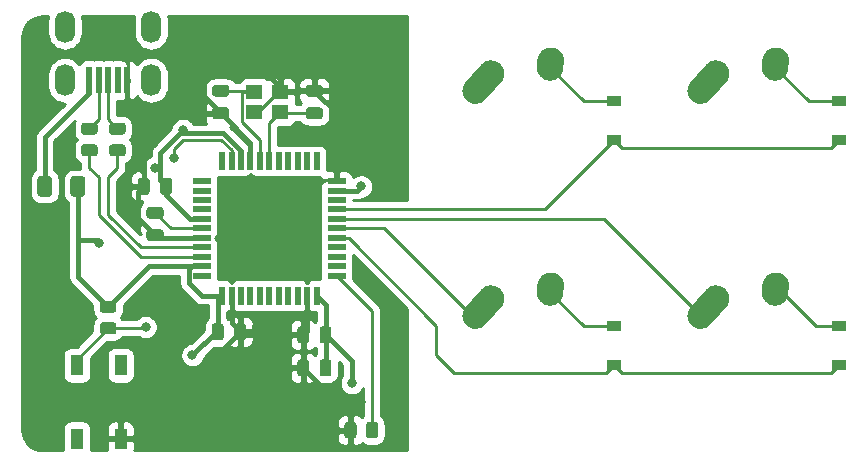
<source format=gbl>
%TF.GenerationSoftware,KiCad,Pcbnew,(5.1.10)-1*%
%TF.CreationDate,2022-03-08T18:09:42-05:00*%
%TF.ProjectId,DIY_Keyboard_PCB,4449595f-4b65-4796-926f-6172645f5043,rev?*%
%TF.SameCoordinates,Original*%
%TF.FileFunction,Copper,L2,Bot*%
%TF.FilePolarity,Positive*%
%FSLAX46Y46*%
G04 Gerber Fmt 4.6, Leading zero omitted, Abs format (unit mm)*
G04 Created by KiCad (PCBNEW (5.1.10)-1) date 2022-03-08 18:09:42*
%MOMM*%
%LPD*%
G01*
G04 APERTURE LIST*
%TA.AperFunction,ComponentPad*%
%ADD10O,1.700000X2.700000*%
%TD*%
%TA.AperFunction,SMDPad,CuDef*%
%ADD11R,0.500000X2.250000*%
%TD*%
%TA.AperFunction,SMDPad,CuDef*%
%ADD12R,1.400000X1.200000*%
%TD*%
%TA.AperFunction,SMDPad,CuDef*%
%ADD13R,0.550000X1.500000*%
%TD*%
%TA.AperFunction,SMDPad,CuDef*%
%ADD14R,1.500000X0.550000*%
%TD*%
%TA.AperFunction,SMDPad,CuDef*%
%ADD15R,1.100000X1.800000*%
%TD*%
%TA.AperFunction,ComponentPad*%
%ADD16C,2.250000*%
%TD*%
%TA.AperFunction,SMDPad,CuDef*%
%ADD17R,1.200000X0.900000*%
%TD*%
%TA.AperFunction,ViaPad*%
%ADD18C,0.800000*%
%TD*%
%TA.AperFunction,Conductor*%
%ADD19C,0.381000*%
%TD*%
%TA.AperFunction,Conductor*%
%ADD20C,0.254000*%
%TD*%
%TA.AperFunction,Conductor*%
%ADD21C,0.100000*%
%TD*%
G04 APERTURE END LIST*
D10*
%TO.P,USB1,6*%
%TO.N,Net-(USB1-Pad6)*%
X77312500Y-132556250D03*
X84612500Y-132556250D03*
X84612500Y-137056250D03*
X77312500Y-137056250D03*
D11*
%TO.P,USB1,5*%
%TO.N,VCC*%
X79362500Y-137056250D03*
%TO.P,USB1,4*%
%TO.N,D-*%
X80162500Y-137056250D03*
%TO.P,USB1,3*%
%TO.N,D+*%
X80962500Y-137056250D03*
%TO.P,USB1,2*%
%TO.N,Net-(USB1-Pad2)*%
X81762500Y-137056250D03*
%TO.P,USB1,1*%
%TO.N,GND*%
X82562500Y-137056250D03*
%TD*%
D12*
%TO.P,Y1,4*%
%TO.N,GND*%
X95556250Y-138056250D03*
%TO.P,Y1,3*%
%TO.N,Net-(C3-Pad1)*%
X93356250Y-138056250D03*
%TO.P,Y1,2*%
%TO.N,GND*%
X93356250Y-139756250D03*
%TO.P,Y1,1*%
%TO.N,Net-(C1-Pad1)*%
X95556250Y-139756250D03*
%TD*%
D13*
%TO.P,U1,44*%
%TO.N,+5V*%
X90615000Y-155306000D03*
%TO.P,U1,43*%
%TO.N,GND*%
X91415000Y-155306000D03*
%TO.P,U1,42*%
%TO.N,Net-(U1-Pad42)*%
X92215000Y-155306000D03*
%TO.P,U1,41*%
%TO.N,Net-(U1-Pad41)*%
X93015000Y-155306000D03*
%TO.P,U1,40*%
%TO.N,Net-(U1-Pad40)*%
X93815000Y-155306000D03*
%TO.P,U1,39*%
%TO.N,Net-(U1-Pad39)*%
X94615000Y-155306000D03*
%TO.P,U1,38*%
%TO.N,Net-(U1-Pad38)*%
X95415000Y-155306000D03*
%TO.P,U1,37*%
%TO.N,Net-(U1-Pad37)*%
X96215000Y-155306000D03*
%TO.P,U1,36*%
%TO.N,Net-(U1-Pad36)*%
X97015000Y-155306000D03*
%TO.P,U1,35*%
%TO.N,GND*%
X97815000Y-155306000D03*
%TO.P,U1,34*%
%TO.N,+5V*%
X98615000Y-155306000D03*
D14*
%TO.P,U1,33*%
%TO.N,Net-(R4-Pad2)*%
X100315000Y-153606000D03*
%TO.P,U1,32*%
%TO.N,Net-(U1-Pad32)*%
X100315000Y-152806000D03*
%TO.P,U1,31*%
%TO.N,Net-(U1-Pad31)*%
X100315000Y-152006000D03*
%TO.P,U1,30*%
%TO.N,Net-(U1-Pad30)*%
X100315000Y-151206000D03*
%TO.P,U1,29*%
%TO.N,ROW1*%
X100315000Y-150406000D03*
%TO.P,U1,28*%
%TO.N,COL0*%
X100315000Y-149606000D03*
%TO.P,U1,27*%
%TO.N,COL1*%
X100315000Y-148806000D03*
%TO.P,U1,26*%
%TO.N,ROW0*%
X100315000Y-148006000D03*
%TO.P,U1,25*%
%TO.N,Net-(U1-Pad25)*%
X100315000Y-147206000D03*
%TO.P,U1,24*%
%TO.N,+5V*%
X100315000Y-146406000D03*
%TO.P,U1,23*%
%TO.N,GND*%
X100315000Y-145606000D03*
D13*
%TO.P,U1,22*%
%TO.N,Net-(U1-Pad22)*%
X98615000Y-143906000D03*
%TO.P,U1,21*%
%TO.N,Net-(U1-Pad21)*%
X97815000Y-143906000D03*
%TO.P,U1,20*%
%TO.N,Net-(U1-Pad20)*%
X97015000Y-143906000D03*
%TO.P,U1,19*%
%TO.N,Net-(U1-Pad19)*%
X96215000Y-143906000D03*
%TO.P,U1,18*%
%TO.N,Net-(U1-Pad18)*%
X95415000Y-143906000D03*
%TO.P,U1,17*%
%TO.N,Net-(C1-Pad1)*%
X94615000Y-143906000D03*
%TO.P,U1,16*%
%TO.N,Net-(C3-Pad1)*%
X93815000Y-143906000D03*
%TO.P,U1,15*%
%TO.N,GND*%
X93015000Y-143906000D03*
%TO.P,U1,14*%
%TO.N,+5V*%
X92215000Y-143906000D03*
%TO.P,U1,13*%
%TO.N,Net-(R3-Pad2)*%
X91415000Y-143906000D03*
%TO.P,U1,12*%
%TO.N,Net-(U1-Pad12)*%
X90615000Y-143906000D03*
D14*
%TO.P,U1,11*%
%TO.N,Net-(U1-Pad11)*%
X88915000Y-145606000D03*
%TO.P,U1,10*%
%TO.N,Net-(U1-Pad10)*%
X88915000Y-146406000D03*
%TO.P,U1,9*%
%TO.N,Net-(U1-Pad9)*%
X88915000Y-147206000D03*
%TO.P,U1,8*%
%TO.N,Net-(U1-Pad8)*%
X88915000Y-148006000D03*
%TO.P,U1,7*%
%TO.N,+5V*%
X88915000Y-148806000D03*
%TO.P,U1,6*%
%TO.N,Net-(C6-Pad1)*%
X88915000Y-149606000D03*
%TO.P,U1,5*%
%TO.N,GND*%
X88915000Y-150406000D03*
%TO.P,U1,4*%
%TO.N,Net-(R2-Pad1)*%
X88915000Y-151206000D03*
%TO.P,U1,3*%
%TO.N,Net-(R1-Pad1)*%
X88915000Y-152006000D03*
%TO.P,U1,2*%
%TO.N,+5V*%
X88915000Y-152806000D03*
%TO.P,U1,1*%
%TO.N,Net-(U1-Pad1)*%
X88915000Y-153606000D03*
%TD*%
D15*
%TO.P,SW1,4*%
%TO.N,N/C*%
X82018750Y-161206250D03*
%TO.P,SW1,3*%
X78318750Y-167406250D03*
%TO.P,SW1,2*%
%TO.N,Net-(R3-Pad2)*%
X78318750Y-161206250D03*
%TO.P,SW1,1*%
%TO.N,GND*%
X82018750Y-167406250D03*
%TD*%
%TO.P,R4,2*%
%TO.N,Net-(R4-Pad2)*%
%TA.AperFunction,SMDPad,CuDef*%
G36*
G01*
X102793750Y-167137502D02*
X102793750Y-166237498D01*
G75*
G02*
X103043748Y-165987500I249998J0D01*
G01*
X103568752Y-165987500D01*
G75*
G02*
X103818750Y-166237498I0J-249998D01*
G01*
X103818750Y-167137502D01*
G75*
G02*
X103568752Y-167387500I-249998J0D01*
G01*
X103043748Y-167387500D01*
G75*
G02*
X102793750Y-167137502I0J249998D01*
G01*
G37*
%TD.AperFunction*%
%TO.P,R4,1*%
%TO.N,GND*%
%TA.AperFunction,SMDPad,CuDef*%
G36*
G01*
X100968750Y-167137502D02*
X100968750Y-166237498D01*
G75*
G02*
X101218748Y-165987500I249998J0D01*
G01*
X101743752Y-165987500D01*
G75*
G02*
X101993750Y-166237498I0J-249998D01*
G01*
X101993750Y-167137502D01*
G75*
G02*
X101743752Y-167387500I-249998J0D01*
G01*
X101218748Y-167387500D01*
G75*
G02*
X100968750Y-167137502I0J249998D01*
G01*
G37*
%TD.AperFunction*%
%TD*%
%TO.P,R3,2*%
%TO.N,Net-(R3-Pad2)*%
%TA.AperFunction,SMDPad,CuDef*%
G36*
G01*
X80512498Y-157562500D02*
X81412502Y-157562500D01*
G75*
G02*
X81662500Y-157812498I0J-249998D01*
G01*
X81662500Y-158337502D01*
G75*
G02*
X81412502Y-158587500I-249998J0D01*
G01*
X80512498Y-158587500D01*
G75*
G02*
X80262500Y-158337502I0J249998D01*
G01*
X80262500Y-157812498D01*
G75*
G02*
X80512498Y-157562500I249998J0D01*
G01*
G37*
%TD.AperFunction*%
%TO.P,R3,1*%
%TO.N,+5V*%
%TA.AperFunction,SMDPad,CuDef*%
G36*
G01*
X80512498Y-155737500D02*
X81412502Y-155737500D01*
G75*
G02*
X81662500Y-155987498I0J-249998D01*
G01*
X81662500Y-156512502D01*
G75*
G02*
X81412502Y-156762500I-249998J0D01*
G01*
X80512498Y-156762500D01*
G75*
G02*
X80262500Y-156512502I0J249998D01*
G01*
X80262500Y-155987498D01*
G75*
G02*
X80512498Y-155737500I249998J0D01*
G01*
G37*
%TD.AperFunction*%
%TD*%
%TO.P,R2,2*%
%TO.N,D+*%
%TA.AperFunction,SMDPad,CuDef*%
G36*
G01*
X82206252Y-141681250D02*
X81306248Y-141681250D01*
G75*
G02*
X81056250Y-141431252I0J249998D01*
G01*
X81056250Y-140906248D01*
G75*
G02*
X81306248Y-140656250I249998J0D01*
G01*
X82206252Y-140656250D01*
G75*
G02*
X82456250Y-140906248I0J-249998D01*
G01*
X82456250Y-141431252D01*
G75*
G02*
X82206252Y-141681250I-249998J0D01*
G01*
G37*
%TD.AperFunction*%
%TO.P,R2,1*%
%TO.N,Net-(R2-Pad1)*%
%TA.AperFunction,SMDPad,CuDef*%
G36*
G01*
X82206252Y-143506250D02*
X81306248Y-143506250D01*
G75*
G02*
X81056250Y-143256252I0J249998D01*
G01*
X81056250Y-142731248D01*
G75*
G02*
X81306248Y-142481250I249998J0D01*
G01*
X82206252Y-142481250D01*
G75*
G02*
X82456250Y-142731248I0J-249998D01*
G01*
X82456250Y-143256252D01*
G75*
G02*
X82206252Y-143506250I-249998J0D01*
G01*
G37*
%TD.AperFunction*%
%TD*%
%TO.P,R1,2*%
%TO.N,D-*%
%TA.AperFunction,SMDPad,CuDef*%
G36*
G01*
X79825002Y-141681250D02*
X78924998Y-141681250D01*
G75*
G02*
X78675000Y-141431252I0J249998D01*
G01*
X78675000Y-140906248D01*
G75*
G02*
X78924998Y-140656250I249998J0D01*
G01*
X79825002Y-140656250D01*
G75*
G02*
X80075000Y-140906248I0J-249998D01*
G01*
X80075000Y-141431252D01*
G75*
G02*
X79825002Y-141681250I-249998J0D01*
G01*
G37*
%TD.AperFunction*%
%TO.P,R1,1*%
%TO.N,Net-(R1-Pad1)*%
%TA.AperFunction,SMDPad,CuDef*%
G36*
G01*
X79825002Y-143506250D02*
X78924998Y-143506250D01*
G75*
G02*
X78675000Y-143256252I0J249998D01*
G01*
X78675000Y-142731248D01*
G75*
G02*
X78924998Y-142481250I249998J0D01*
G01*
X79825002Y-142481250D01*
G75*
G02*
X80075000Y-142731248I0J-249998D01*
G01*
X80075000Y-143256252D01*
G75*
G02*
X79825002Y-143506250I-249998J0D01*
G01*
G37*
%TD.AperFunction*%
%TD*%
D16*
%TO.P,MX4,1*%
%TO.N,COL1*%
X132437500Y-155543750D03*
%TA.AperFunction,ComponentPad*%
G36*
G01*
X130376188Y-157841100D02*
X130376183Y-157841095D01*
G75*
G02*
X130290155Y-156252433I751317J837345D01*
G01*
X131600157Y-154792433D01*
G75*
G02*
X133188819Y-154706405I837345J-751317D01*
G01*
X133188819Y-154706405D01*
G75*
G02*
X133274847Y-156295067I-751317J-837345D01*
G01*
X131964845Y-157755067D01*
G75*
G02*
X130376183Y-157841095I-837345J751317D01*
G01*
G37*
%TD.AperFunction*%
%TO.P,MX4,2*%
%TO.N,Net-(D4-Pad2)*%
X137477500Y-154463750D03*
%TA.AperFunction,ComponentPad*%
G36*
G01*
X137360983Y-156166145D02*
X137360097Y-156166084D01*
G75*
G02*
X136315166Y-154966347I77403J1122334D01*
G01*
X136355166Y-154386347D01*
G75*
G02*
X137554903Y-153341416I1122334J-77403D01*
G01*
X137554903Y-153341416D01*
G75*
G02*
X138599834Y-154541153I-77403J-1122334D01*
G01*
X138559834Y-155121153D01*
G75*
G02*
X137360097Y-156166084I-1122334J77403D01*
G01*
G37*
%TD.AperFunction*%
%TD*%
%TO.P,MX3,1*%
%TO.N,COL1*%
X132437500Y-136493750D03*
%TA.AperFunction,ComponentPad*%
G36*
G01*
X130376188Y-138791100D02*
X130376183Y-138791095D01*
G75*
G02*
X130290155Y-137202433I751317J837345D01*
G01*
X131600157Y-135742433D01*
G75*
G02*
X133188819Y-135656405I837345J-751317D01*
G01*
X133188819Y-135656405D01*
G75*
G02*
X133274847Y-137245067I-751317J-837345D01*
G01*
X131964845Y-138705067D01*
G75*
G02*
X130376183Y-138791095I-837345J751317D01*
G01*
G37*
%TD.AperFunction*%
%TO.P,MX3,2*%
%TO.N,Net-(D3-Pad2)*%
X137477500Y-135413750D03*
%TA.AperFunction,ComponentPad*%
G36*
G01*
X137360983Y-137116145D02*
X137360097Y-137116084D01*
G75*
G02*
X136315166Y-135916347I77403J1122334D01*
G01*
X136355166Y-135336347D01*
G75*
G02*
X137554903Y-134291416I1122334J-77403D01*
G01*
X137554903Y-134291416D01*
G75*
G02*
X138599834Y-135491153I-77403J-1122334D01*
G01*
X138559834Y-136071153D01*
G75*
G02*
X137360097Y-137116084I-1122334J77403D01*
G01*
G37*
%TD.AperFunction*%
%TD*%
%TO.P,MX2,1*%
%TO.N,COL0*%
X113387500Y-155543750D03*
%TA.AperFunction,ComponentPad*%
G36*
G01*
X111326188Y-157841100D02*
X111326183Y-157841095D01*
G75*
G02*
X111240155Y-156252433I751317J837345D01*
G01*
X112550157Y-154792433D01*
G75*
G02*
X114138819Y-154706405I837345J-751317D01*
G01*
X114138819Y-154706405D01*
G75*
G02*
X114224847Y-156295067I-751317J-837345D01*
G01*
X112914845Y-157755067D01*
G75*
G02*
X111326183Y-157841095I-837345J751317D01*
G01*
G37*
%TD.AperFunction*%
%TO.P,MX2,2*%
%TO.N,Net-(D2-Pad2)*%
X118427500Y-154463750D03*
%TA.AperFunction,ComponentPad*%
G36*
G01*
X118310983Y-156166145D02*
X118310097Y-156166084D01*
G75*
G02*
X117265166Y-154966347I77403J1122334D01*
G01*
X117305166Y-154386347D01*
G75*
G02*
X118504903Y-153341416I1122334J-77403D01*
G01*
X118504903Y-153341416D01*
G75*
G02*
X119549834Y-154541153I-77403J-1122334D01*
G01*
X119509834Y-155121153D01*
G75*
G02*
X118310097Y-156166084I-1122334J77403D01*
G01*
G37*
%TD.AperFunction*%
%TD*%
%TO.P,MX1,1*%
%TO.N,COL0*%
X113387500Y-136493750D03*
%TA.AperFunction,ComponentPad*%
G36*
G01*
X111326188Y-138791100D02*
X111326183Y-138791095D01*
G75*
G02*
X111240155Y-137202433I751317J837345D01*
G01*
X112550157Y-135742433D01*
G75*
G02*
X114138819Y-135656405I837345J-751317D01*
G01*
X114138819Y-135656405D01*
G75*
G02*
X114224847Y-137245067I-751317J-837345D01*
G01*
X112914845Y-138705067D01*
G75*
G02*
X111326183Y-138791095I-837345J751317D01*
G01*
G37*
%TD.AperFunction*%
%TO.P,MX1,2*%
%TO.N,Net-(D1-Pad2)*%
X118427500Y-135413750D03*
%TA.AperFunction,ComponentPad*%
G36*
G01*
X118310983Y-137116145D02*
X118310097Y-137116084D01*
G75*
G02*
X117265166Y-135916347I77403J1122334D01*
G01*
X117305166Y-135336347D01*
G75*
G02*
X118504903Y-134291416I1122334J-77403D01*
G01*
X118504903Y-134291416D01*
G75*
G02*
X119549834Y-135491153I-77403J-1122334D01*
G01*
X119509834Y-136071153D01*
G75*
G02*
X118310097Y-137116084I-1122334J77403D01*
G01*
G37*
%TD.AperFunction*%
%TD*%
%TO.P,F1,2*%
%TO.N,VCC*%
%TA.AperFunction,SMDPad,CuDef*%
G36*
G01*
X76218750Y-145425000D02*
X76218750Y-146675000D01*
G75*
G02*
X75968750Y-146925000I-250000J0D01*
G01*
X75218750Y-146925000D01*
G75*
G02*
X74968750Y-146675000I0J250000D01*
G01*
X74968750Y-145425000D01*
G75*
G02*
X75218750Y-145175000I250000J0D01*
G01*
X75968750Y-145175000D01*
G75*
G02*
X76218750Y-145425000I0J-250000D01*
G01*
G37*
%TD.AperFunction*%
%TO.P,F1,1*%
%TO.N,+5V*%
%TA.AperFunction,SMDPad,CuDef*%
G36*
G01*
X79018750Y-145425000D02*
X79018750Y-146675000D01*
G75*
G02*
X78768750Y-146925000I-250000J0D01*
G01*
X78018750Y-146925000D01*
G75*
G02*
X77768750Y-146675000I0J250000D01*
G01*
X77768750Y-145425000D01*
G75*
G02*
X78018750Y-145175000I250000J0D01*
G01*
X78768750Y-145175000D01*
G75*
G02*
X79018750Y-145425000I0J-250000D01*
G01*
G37*
%TD.AperFunction*%
%TD*%
D17*
%TO.P,D4,2*%
%TO.N,Net-(D4-Pad2)*%
X142875000Y-157893750D03*
%TO.P,D4,1*%
%TO.N,ROW1*%
X142875000Y-161193750D03*
%TD*%
%TO.P,D3,2*%
%TO.N,Net-(D3-Pad2)*%
X142875000Y-138843750D03*
%TO.P,D3,1*%
%TO.N,ROW0*%
X142875000Y-142143750D03*
%TD*%
%TO.P,D2,2*%
%TO.N,Net-(D2-Pad2)*%
X123825000Y-157893750D03*
%TO.P,D2,1*%
%TO.N,ROW1*%
X123825000Y-161193750D03*
%TD*%
%TO.P,D1,2*%
%TO.N,Net-(D1-Pad2)*%
X123825000Y-138843750D03*
%TO.P,D1,1*%
%TO.N,ROW0*%
X123825000Y-142143750D03*
%TD*%
%TO.P,C7,2*%
%TO.N,GND*%
%TA.AperFunction,SMDPad,CuDef*%
G36*
G01*
X97975000Y-158148000D02*
X97975000Y-159098000D01*
G75*
G02*
X97725000Y-159348000I-250000J0D01*
G01*
X97225000Y-159348000D01*
G75*
G02*
X96975000Y-159098000I0J250000D01*
G01*
X96975000Y-158148000D01*
G75*
G02*
X97225000Y-157898000I250000J0D01*
G01*
X97725000Y-157898000D01*
G75*
G02*
X97975000Y-158148000I0J-250000D01*
G01*
G37*
%TD.AperFunction*%
%TO.P,C7,1*%
%TO.N,+5V*%
%TA.AperFunction,SMDPad,CuDef*%
G36*
G01*
X99875000Y-158148000D02*
X99875000Y-159098000D01*
G75*
G02*
X99625000Y-159348000I-250000J0D01*
G01*
X99125000Y-159348000D01*
G75*
G02*
X98875000Y-159098000I0J250000D01*
G01*
X98875000Y-158148000D01*
G75*
G02*
X99125000Y-157898000I250000J0D01*
G01*
X99625000Y-157898000D01*
G75*
G02*
X99875000Y-158148000I0J-250000D01*
G01*
G37*
%TD.AperFunction*%
%TD*%
%TO.P,C6,2*%
%TO.N,GND*%
%TA.AperFunction,SMDPad,CuDef*%
G36*
G01*
X84456250Y-149675000D02*
X85406250Y-149675000D01*
G75*
G02*
X85656250Y-149925000I0J-250000D01*
G01*
X85656250Y-150425000D01*
G75*
G02*
X85406250Y-150675000I-250000J0D01*
G01*
X84456250Y-150675000D01*
G75*
G02*
X84206250Y-150425000I0J250000D01*
G01*
X84206250Y-149925000D01*
G75*
G02*
X84456250Y-149675000I250000J0D01*
G01*
G37*
%TD.AperFunction*%
%TO.P,C6,1*%
%TO.N,Net-(C6-Pad1)*%
%TA.AperFunction,SMDPad,CuDef*%
G36*
G01*
X84456250Y-147775000D02*
X85406250Y-147775000D01*
G75*
G02*
X85656250Y-148025000I0J-250000D01*
G01*
X85656250Y-148525000D01*
G75*
G02*
X85406250Y-148775000I-250000J0D01*
G01*
X84456250Y-148775000D01*
G75*
G02*
X84206250Y-148525000I0J250000D01*
G01*
X84206250Y-148025000D01*
G75*
G02*
X84456250Y-147775000I250000J0D01*
G01*
G37*
%TD.AperFunction*%
%TD*%
%TO.P,C5,2*%
%TO.N,GND*%
%TA.AperFunction,SMDPad,CuDef*%
G36*
G01*
X97975000Y-160942000D02*
X97975000Y-161892000D01*
G75*
G02*
X97725000Y-162142000I-250000J0D01*
G01*
X97225000Y-162142000D01*
G75*
G02*
X96975000Y-161892000I0J250000D01*
G01*
X96975000Y-160942000D01*
G75*
G02*
X97225000Y-160692000I250000J0D01*
G01*
X97725000Y-160692000D01*
G75*
G02*
X97975000Y-160942000I0J-250000D01*
G01*
G37*
%TD.AperFunction*%
%TO.P,C5,1*%
%TO.N,+5V*%
%TA.AperFunction,SMDPad,CuDef*%
G36*
G01*
X99875000Y-160942000D02*
X99875000Y-161892000D01*
G75*
G02*
X99625000Y-162142000I-250000J0D01*
G01*
X99125000Y-162142000D01*
G75*
G02*
X98875000Y-161892000I0J250000D01*
G01*
X98875000Y-160942000D01*
G75*
G02*
X99125000Y-160692000I250000J0D01*
G01*
X99625000Y-160692000D01*
G75*
G02*
X99875000Y-160942000I0J-250000D01*
G01*
G37*
%TD.AperFunction*%
%TD*%
%TO.P,C4,2*%
%TO.N,GND*%
%TA.AperFunction,SMDPad,CuDef*%
G36*
G01*
X84481250Y-145575000D02*
X84481250Y-146525000D01*
G75*
G02*
X84231250Y-146775000I-250000J0D01*
G01*
X83731250Y-146775000D01*
G75*
G02*
X83481250Y-146525000I0J250000D01*
G01*
X83481250Y-145575000D01*
G75*
G02*
X83731250Y-145325000I250000J0D01*
G01*
X84231250Y-145325000D01*
G75*
G02*
X84481250Y-145575000I0J-250000D01*
G01*
G37*
%TD.AperFunction*%
%TO.P,C4,1*%
%TO.N,+5V*%
%TA.AperFunction,SMDPad,CuDef*%
G36*
G01*
X86381250Y-145575000D02*
X86381250Y-146525000D01*
G75*
G02*
X86131250Y-146775000I-250000J0D01*
G01*
X85631250Y-146775000D01*
G75*
G02*
X85381250Y-146525000I0J250000D01*
G01*
X85381250Y-145575000D01*
G75*
G02*
X85631250Y-145325000I250000J0D01*
G01*
X86131250Y-145325000D01*
G75*
G02*
X86381250Y-145575000I0J-250000D01*
G01*
G37*
%TD.AperFunction*%
%TD*%
%TO.P,C3,2*%
%TO.N,GND*%
%TA.AperFunction,SMDPad,CuDef*%
G36*
G01*
X90012500Y-139356250D02*
X90962500Y-139356250D01*
G75*
G02*
X91212500Y-139606250I0J-250000D01*
G01*
X91212500Y-140106250D01*
G75*
G02*
X90962500Y-140356250I-250000J0D01*
G01*
X90012500Y-140356250D01*
G75*
G02*
X89762500Y-140106250I0J250000D01*
G01*
X89762500Y-139606250D01*
G75*
G02*
X90012500Y-139356250I250000J0D01*
G01*
G37*
%TD.AperFunction*%
%TO.P,C3,1*%
%TO.N,Net-(C3-Pad1)*%
%TA.AperFunction,SMDPad,CuDef*%
G36*
G01*
X90012500Y-137456250D02*
X90962500Y-137456250D01*
G75*
G02*
X91212500Y-137706250I0J-250000D01*
G01*
X91212500Y-138206250D01*
G75*
G02*
X90962500Y-138456250I-250000J0D01*
G01*
X90012500Y-138456250D01*
G75*
G02*
X89762500Y-138206250I0J250000D01*
G01*
X89762500Y-137706250D01*
G75*
G02*
X90012500Y-137456250I250000J0D01*
G01*
G37*
%TD.AperFunction*%
%TD*%
%TO.P,C2,2*%
%TO.N,GND*%
%TA.AperFunction,SMDPad,CuDef*%
G36*
G01*
X91636000Y-158844000D02*
X91636000Y-157894000D01*
G75*
G02*
X91886000Y-157644000I250000J0D01*
G01*
X92386000Y-157644000D01*
G75*
G02*
X92636000Y-157894000I0J-250000D01*
G01*
X92636000Y-158844000D01*
G75*
G02*
X92386000Y-159094000I-250000J0D01*
G01*
X91886000Y-159094000D01*
G75*
G02*
X91636000Y-158844000I0J250000D01*
G01*
G37*
%TD.AperFunction*%
%TO.P,C2,1*%
%TO.N,+5V*%
%TA.AperFunction,SMDPad,CuDef*%
G36*
G01*
X89736000Y-158844000D02*
X89736000Y-157894000D01*
G75*
G02*
X89986000Y-157644000I250000J0D01*
G01*
X90486000Y-157644000D01*
G75*
G02*
X90736000Y-157894000I0J-250000D01*
G01*
X90736000Y-158844000D01*
G75*
G02*
X90486000Y-159094000I-250000J0D01*
G01*
X89986000Y-159094000D01*
G75*
G02*
X89736000Y-158844000I0J250000D01*
G01*
G37*
%TD.AperFunction*%
%TD*%
%TO.P,C1,2*%
%TO.N,GND*%
%TA.AperFunction,SMDPad,CuDef*%
G36*
G01*
X98900000Y-138456250D02*
X97950000Y-138456250D01*
G75*
G02*
X97700000Y-138206250I0J250000D01*
G01*
X97700000Y-137706250D01*
G75*
G02*
X97950000Y-137456250I250000J0D01*
G01*
X98900000Y-137456250D01*
G75*
G02*
X99150000Y-137706250I0J-250000D01*
G01*
X99150000Y-138206250D01*
G75*
G02*
X98900000Y-138456250I-250000J0D01*
G01*
G37*
%TD.AperFunction*%
%TO.P,C1,1*%
%TO.N,Net-(C1-Pad1)*%
%TA.AperFunction,SMDPad,CuDef*%
G36*
G01*
X98900000Y-140356250D02*
X97950000Y-140356250D01*
G75*
G02*
X97700000Y-140106250I0J250000D01*
G01*
X97700000Y-139606250D01*
G75*
G02*
X97950000Y-139356250I250000J0D01*
G01*
X98900000Y-139356250D01*
G75*
G02*
X99150000Y-139606250I0J-250000D01*
G01*
X99150000Y-140106250D01*
G75*
G02*
X98900000Y-140356250I-250000J0D01*
G01*
G37*
%TD.AperFunction*%
%TD*%
D18*
%TO.N,GND*%
X102393750Y-164306250D03*
X103187500Y-140493750D03*
%TO.N,+5V*%
X88106250Y-160337500D03*
X101600000Y-162718750D03*
X102393750Y-146050000D03*
X87312500Y-141287500D03*
X80168750Y-150812500D03*
X84931250Y-144462500D03*
%TO.N,Net-(R3-Pad2)*%
X84137500Y-157956250D03*
X86518750Y-143668750D03*
%TD*%
D19*
%TO.N,GND*%
X97815000Y-158283000D02*
X97815000Y-155306000D01*
X97475000Y-158623000D02*
X97815000Y-158283000D01*
X92390000Y-158623000D02*
X92136000Y-158369000D01*
X97475000Y-158623000D02*
X92390000Y-158623000D01*
X97475000Y-161417000D02*
X97475000Y-158623000D01*
X95656250Y-137956250D02*
X95556250Y-138056250D01*
X98425000Y-137956250D02*
X95656250Y-137956250D01*
X93659152Y-139756250D02*
X93356250Y-139756250D01*
D20*
X95359152Y-138056250D02*
X93659152Y-139756250D01*
D19*
X95556250Y-138056250D02*
X95359152Y-138056250D01*
X83856500Y-139856250D02*
X90487500Y-139856250D01*
X82562500Y-138562250D02*
X83856500Y-139856250D01*
X82562500Y-137056250D02*
X82562500Y-138562250D01*
X93015000Y-142383750D02*
X93015000Y-143906000D01*
X90487500Y-139856250D02*
X93015000Y-142383750D01*
X101481250Y-165423250D02*
X97475000Y-161417000D01*
X101481250Y-166687500D02*
X101481250Y-165423250D01*
X95556250Y-137625000D02*
X95556250Y-138056250D01*
X94456250Y-136525000D02*
X95556250Y-137625000D01*
X89693750Y-136525000D02*
X94456250Y-136525000D01*
X88900000Y-137318750D02*
X89693750Y-136525000D01*
X88900000Y-138268750D02*
X88900000Y-137318750D01*
X90487500Y-139856250D02*
X88900000Y-138268750D01*
X83482421Y-148726171D02*
X84931250Y-150175000D01*
X83482421Y-146548829D02*
X83482421Y-148726171D01*
X83981250Y-146050000D02*
X83482421Y-146548829D01*
X85162250Y-150406000D02*
X88915000Y-150406000D01*
X84931250Y-150175000D02*
X85162250Y-150406000D01*
X83098750Y-167406250D02*
X92136000Y-158369000D01*
X82018750Y-167406250D02*
X83098750Y-167406250D01*
X91415000Y-157648000D02*
X91415000Y-155306000D01*
X92136000Y-158369000D02*
X91415000Y-157648000D01*
X100315000Y-139846250D02*
X98425000Y-137956250D01*
X83981250Y-139981000D02*
X83856500Y-139856250D01*
X83981250Y-146050000D02*
X83981250Y-139981000D01*
X101481250Y-165218750D02*
X102393750Y-164306250D01*
X101481250Y-166687500D02*
X101481250Y-165218750D01*
X100617500Y-140493750D02*
X100315000Y-140796250D01*
X103187500Y-140493750D02*
X100617500Y-140493750D01*
X100315000Y-140796250D02*
X100315000Y-139846250D01*
X100315000Y-145606000D02*
X100315000Y-140796250D01*
D20*
%TO.N,Net-(C1-Pad1)*%
X95656250Y-139856250D02*
X95556250Y-139756250D01*
X98425000Y-139856250D02*
X95656250Y-139856250D01*
X94615000Y-140697500D02*
X94615000Y-143906000D01*
X95556250Y-139756250D02*
X94615000Y-140697500D01*
D19*
%TO.N,+5V*%
X99375000Y-156066000D02*
X98615000Y-155306000D01*
X99375000Y-158623000D02*
X99375000Y-156066000D01*
X99375000Y-161417000D02*
X99375000Y-158623000D01*
X90236000Y-155685000D02*
X90615000Y-155306000D01*
X90236000Y-158369000D02*
X90236000Y-155685000D01*
X87912250Y-148806000D02*
X88915000Y-148806000D01*
X85881250Y-146775000D02*
X87912250Y-148806000D01*
X85881250Y-146050000D02*
X85881250Y-146775000D01*
X78393750Y-153681250D02*
X80962500Y-156250000D01*
X84406500Y-152806000D02*
X88915000Y-152806000D01*
X80962500Y-156250000D02*
X84406500Y-152806000D01*
X88887098Y-155306000D02*
X90615000Y-155306000D01*
X87774499Y-154193401D02*
X88887098Y-155306000D01*
X87774499Y-153018599D02*
X87774499Y-154193401D01*
X87987098Y-152806000D02*
X87774499Y-153018599D01*
X88915000Y-152806000D02*
X87987098Y-152806000D01*
X90701859Y-141563740D02*
X87036260Y-141563740D01*
X92215000Y-143076881D02*
X90701859Y-141563740D01*
X92215000Y-143906000D02*
X92215000Y-143076881D01*
X85382421Y-145551171D02*
X85881250Y-146050000D01*
X87036260Y-141563740D02*
X85382421Y-143217579D01*
X90074750Y-158369000D02*
X88106250Y-160337500D01*
X90236000Y-158369000D02*
X90074750Y-158369000D01*
X101600000Y-160848000D02*
X99375000Y-158623000D01*
X101600000Y-162718750D02*
X101600000Y-160848000D01*
X102037750Y-146406000D02*
X102393750Y-146050000D01*
X100315000Y-146406000D02*
X102037750Y-146406000D01*
X79981250Y-150625000D02*
X80168750Y-150812500D01*
X78393750Y-150625000D02*
X79981250Y-150625000D01*
X78393750Y-146050000D02*
X78393750Y-150625000D01*
X78393750Y-150625000D02*
X78393750Y-153681250D01*
X85039842Y-144462500D02*
X85382421Y-144119921D01*
X84931250Y-144462500D02*
X85039842Y-144462500D01*
X85382421Y-144119921D02*
X85382421Y-145551171D01*
X85382421Y-143217579D02*
X85382421Y-144119921D01*
D20*
%TO.N,Net-(C3-Pad1)*%
X93256250Y-137956250D02*
X93356250Y-138056250D01*
X90487500Y-137956250D02*
X93256250Y-137956250D01*
X93815000Y-142103602D02*
X93815000Y-143906000D01*
X92329249Y-140617851D02*
X93815000Y-142103602D01*
X92329249Y-138129251D02*
X92329249Y-140617851D01*
X92402250Y-138056250D02*
X92329249Y-138129251D01*
X93356250Y-138056250D02*
X92402250Y-138056250D01*
%TO.N,Net-(C6-Pad1)*%
X86262250Y-149606000D02*
X88915000Y-149606000D01*
X84931250Y-148275000D02*
X86262250Y-149606000D01*
%TO.N,Net-(D1-Pad2)*%
X121237500Y-138843750D02*
X118387500Y-135993750D01*
X123825000Y-138843750D02*
X121237500Y-138843750D01*
%TO.N,ROW0*%
X124495901Y-142814651D02*
X123825000Y-142143750D01*
X142204099Y-142814651D02*
X124495901Y-142814651D01*
X142875000Y-142143750D02*
X142204099Y-142814651D01*
X117962750Y-148006000D02*
X100315000Y-148006000D01*
X123825000Y-142143750D02*
X117962750Y-148006000D01*
%TO.N,Net-(D2-Pad2)*%
X121237500Y-157893750D02*
X118387500Y-155043750D01*
X123825000Y-157893750D02*
X121237500Y-157893750D01*
%TO.N,ROW1*%
X142204099Y-161864651D02*
X142875000Y-161193750D01*
X124495901Y-161864651D02*
X142204099Y-161864651D01*
X123825000Y-161193750D02*
X124495901Y-161864651D01*
X101319000Y-150406000D02*
X108743750Y-157830750D01*
X100315000Y-150406000D02*
X101319000Y-150406000D01*
X108743750Y-157830750D02*
X108743750Y-160337500D01*
X123154099Y-161864651D02*
X123825000Y-161193750D01*
X110270901Y-161864651D02*
X123154099Y-161864651D01*
X108743750Y-160337500D02*
X110270901Y-161864651D01*
%TO.N,Net-(D3-Pad2)*%
X140287500Y-138843750D02*
X137437500Y-135993750D01*
X142875000Y-138843750D02*
X140287500Y-138843750D01*
%TO.N,Net-(D4-Pad2)*%
X140907500Y-157893750D02*
X137477500Y-154463750D01*
X142875000Y-157893750D02*
X140907500Y-157893750D01*
D19*
%TO.N,VCC*%
X79362500Y-138125000D02*
X79362500Y-137056250D01*
X75593750Y-141893750D02*
X79362500Y-138125000D01*
X75593750Y-146050000D02*
X75593750Y-141893750D01*
D20*
%TO.N,COL0*%
X112077500Y-137953750D02*
X111918750Y-138112500D01*
X104362250Y-149606000D02*
X100315000Y-149606000D01*
X111760000Y-157003750D02*
X104362250Y-149606000D01*
X112077500Y-157003750D02*
X111760000Y-157003750D01*
%TO.N,COL1*%
X122929750Y-148806000D02*
X131127500Y-157003750D01*
X100315000Y-148806000D02*
X122929750Y-148806000D01*
%TO.N,D-*%
X80162500Y-140381250D02*
X79375000Y-141168750D01*
X80162500Y-137056250D02*
X80162500Y-140381250D01*
%TO.N,Net-(R1-Pad1)*%
X79375000Y-142993750D02*
X79375000Y-144462500D01*
X79375000Y-144462500D02*
X80168750Y-145256250D01*
X80168750Y-145256250D02*
X80168750Y-148431250D01*
X83743500Y-152006000D02*
X88915000Y-152006000D01*
X80168750Y-148431250D02*
X83743500Y-152006000D01*
%TO.N,D+*%
X80962500Y-140375000D02*
X81756250Y-141168750D01*
X80962500Y-137056250D02*
X80962500Y-140375000D01*
%TO.N,Net-(R2-Pad1)*%
X81756250Y-142993750D02*
X81756250Y-144462500D01*
X81756250Y-144462500D02*
X80962500Y-145256250D01*
X80962500Y-145256250D02*
X80962500Y-148431250D01*
X83737250Y-151206000D02*
X88915000Y-151206000D01*
X80962500Y-148431250D02*
X83737250Y-151206000D01*
%TO.N,Net-(R3-Pad2)*%
X78318750Y-160718750D02*
X80962500Y-158075000D01*
X78318750Y-161206250D02*
X78318750Y-160718750D01*
X84018750Y-158075000D02*
X84137500Y-157956250D01*
X80962500Y-158075000D02*
X84018750Y-158075000D01*
X86518750Y-143668750D02*
X86518750Y-142875000D01*
X86518750Y-142875000D02*
X87312500Y-142081250D01*
X87312500Y-142081250D02*
X90487500Y-142081250D01*
X91415000Y-143008750D02*
X91415000Y-143906000D01*
X90487500Y-142081250D02*
X91415000Y-143008750D01*
%TO.N,Net-(R4-Pad2)*%
X103306250Y-156597250D02*
X100315000Y-153606000D01*
X103306250Y-166687500D02*
X103306250Y-156597250D01*
%TD*%
%TO.N,GND*%
X75848987Y-131765139D02*
X75827500Y-131983300D01*
X75827500Y-133129199D01*
X75848987Y-133347360D01*
X75933901Y-133627283D01*
X76071794Y-133885263D01*
X76257366Y-134111384D01*
X76483486Y-134296956D01*
X76741466Y-134434849D01*
X77021389Y-134519763D01*
X77312500Y-134548435D01*
X77603610Y-134519763D01*
X77883533Y-134434849D01*
X78141513Y-134296956D01*
X78367634Y-134111384D01*
X78553206Y-133885264D01*
X78691099Y-133627284D01*
X78776013Y-133347361D01*
X78797500Y-133129200D01*
X78797500Y-131983300D01*
X78776013Y-131765139D01*
X78734640Y-131628750D01*
X83190360Y-131628750D01*
X83148987Y-131765139D01*
X83127500Y-131983300D01*
X83127500Y-133129199D01*
X83148987Y-133347360D01*
X83233901Y-133627283D01*
X83371794Y-133885263D01*
X83557366Y-134111384D01*
X83783486Y-134296956D01*
X84041466Y-134434849D01*
X84321389Y-134519763D01*
X84612500Y-134548435D01*
X84903610Y-134519763D01*
X85183533Y-134434849D01*
X85441513Y-134296956D01*
X85667634Y-134111384D01*
X85853206Y-133885264D01*
X85991099Y-133627284D01*
X86076013Y-133347361D01*
X86097500Y-133129200D01*
X86097500Y-131983300D01*
X86076013Y-131765139D01*
X86034640Y-131628750D01*
X106235500Y-131628750D01*
X106235500Y-147244000D01*
X101703072Y-147244000D01*
X101703072Y-147231500D01*
X101997200Y-147231500D01*
X102037750Y-147235494D01*
X102078300Y-147231500D01*
X102078303Y-147231500D01*
X102199576Y-147219556D01*
X102355184Y-147172353D01*
X102498592Y-147095699D01*
X102516728Y-147080815D01*
X102695648Y-147045226D01*
X102884006Y-146967205D01*
X103053524Y-146853937D01*
X103197687Y-146709774D01*
X103310955Y-146540256D01*
X103388976Y-146351898D01*
X103428750Y-146151939D01*
X103428750Y-145948061D01*
X103388976Y-145748102D01*
X103310955Y-145559744D01*
X103197687Y-145390226D01*
X103053524Y-145246063D01*
X102884006Y-145132795D01*
X102695648Y-145054774D01*
X102495689Y-145015000D01*
X102291811Y-145015000D01*
X102091852Y-145054774D01*
X101903494Y-145132795D01*
X101733976Y-145246063D01*
X101696883Y-145283156D01*
X101690177Y-145203369D01*
X101653265Y-145083855D01*
X101593746Y-144973839D01*
X101513908Y-144877549D01*
X101416818Y-144798684D01*
X101306208Y-144740276D01*
X101186329Y-144704570D01*
X101061787Y-144692936D01*
X100600750Y-144696000D01*
X100442000Y-144854750D01*
X100442000Y-145479000D01*
X100462000Y-145479000D01*
X100462000Y-145492928D01*
X99565000Y-145492928D01*
X99440518Y-145505188D01*
X99320820Y-145541498D01*
X99210506Y-145600463D01*
X99113815Y-145679815D01*
X99034463Y-145776506D01*
X99022083Y-145799667D01*
X98930000Y-145891750D01*
X98939546Y-146005337D01*
X98939188Y-146006518D01*
X98926928Y-146131000D01*
X98926928Y-146681000D01*
X98939188Y-146805482D01*
X98939345Y-146806000D01*
X98939188Y-146806518D01*
X98926928Y-146931000D01*
X98926928Y-147481000D01*
X98939188Y-147605482D01*
X98939345Y-147606000D01*
X98939188Y-147606518D01*
X98926928Y-147731000D01*
X98926928Y-148281000D01*
X98939188Y-148405482D01*
X98939345Y-148406000D01*
X98939188Y-148406518D01*
X98926928Y-148531000D01*
X98926928Y-149081000D01*
X98939188Y-149205482D01*
X98939345Y-149206000D01*
X98939188Y-149206518D01*
X98926928Y-149331000D01*
X98926928Y-149881000D01*
X98939188Y-150005482D01*
X98939345Y-150006000D01*
X98939188Y-150006518D01*
X98926928Y-150131000D01*
X98926928Y-150681000D01*
X98939188Y-150805482D01*
X98939345Y-150806000D01*
X98939188Y-150806518D01*
X98926928Y-150931000D01*
X98926928Y-151481000D01*
X98939188Y-151605482D01*
X98939345Y-151606000D01*
X98939188Y-151606518D01*
X98926928Y-151731000D01*
X98926928Y-152281000D01*
X98939188Y-152405482D01*
X98939345Y-152406000D01*
X98939188Y-152406518D01*
X98926928Y-152531000D01*
X98926928Y-153081000D01*
X98939188Y-153205482D01*
X98939345Y-153206000D01*
X98939188Y-153206518D01*
X98926928Y-153331000D01*
X98926928Y-153881000D01*
X98930962Y-153921962D01*
X98890000Y-153917928D01*
X98340000Y-153917928D01*
X98215518Y-153930188D01*
X98214337Y-153930546D01*
X98100750Y-153921000D01*
X98008667Y-154013083D01*
X97985506Y-154025463D01*
X97888815Y-154104815D01*
X97815000Y-154194759D01*
X97741185Y-154104815D01*
X97644494Y-154025463D01*
X97621333Y-154013083D01*
X97529250Y-153921000D01*
X97415663Y-153930546D01*
X97414482Y-153930188D01*
X97290000Y-153917928D01*
X96740000Y-153917928D01*
X96615518Y-153930188D01*
X96615000Y-153930345D01*
X96614482Y-153930188D01*
X96490000Y-153917928D01*
X95940000Y-153917928D01*
X95815518Y-153930188D01*
X95815000Y-153930345D01*
X95814482Y-153930188D01*
X95690000Y-153917928D01*
X95140000Y-153917928D01*
X95015518Y-153930188D01*
X95015000Y-153930345D01*
X95014482Y-153930188D01*
X94890000Y-153917928D01*
X94340000Y-153917928D01*
X94215518Y-153930188D01*
X94215000Y-153930345D01*
X94214482Y-153930188D01*
X94090000Y-153917928D01*
X93540000Y-153917928D01*
X93415518Y-153930188D01*
X93415000Y-153930345D01*
X93414482Y-153930188D01*
X93290000Y-153917928D01*
X92740000Y-153917928D01*
X92615518Y-153930188D01*
X92615000Y-153930345D01*
X92614482Y-153930188D01*
X92490000Y-153917928D01*
X91940000Y-153917928D01*
X91815518Y-153930188D01*
X91814337Y-153930546D01*
X91700750Y-153921000D01*
X91608667Y-154013083D01*
X91585506Y-154025463D01*
X91488815Y-154104815D01*
X91415000Y-154194759D01*
X91341185Y-154104815D01*
X91244494Y-154025463D01*
X91221333Y-154013083D01*
X91129250Y-153921000D01*
X91015663Y-153930546D01*
X91014482Y-153930188D01*
X90890000Y-153917928D01*
X90340000Y-153917928D01*
X90299038Y-153921962D01*
X90303072Y-153881000D01*
X90303072Y-153331000D01*
X90290812Y-153206518D01*
X90290655Y-153206000D01*
X90290812Y-153205482D01*
X90303072Y-153081000D01*
X90303072Y-152531000D01*
X90290812Y-152406518D01*
X90290655Y-152406000D01*
X90290812Y-152405482D01*
X90303072Y-152281000D01*
X90303072Y-151731000D01*
X90290812Y-151606518D01*
X90290655Y-151606000D01*
X90290812Y-151605482D01*
X90303072Y-151481000D01*
X90303072Y-150931000D01*
X90290812Y-150806518D01*
X90290454Y-150805337D01*
X90300000Y-150691750D01*
X90207917Y-150599667D01*
X90195537Y-150576506D01*
X90116185Y-150479815D01*
X90026241Y-150406000D01*
X90116185Y-150332185D01*
X90195537Y-150235494D01*
X90207917Y-150212333D01*
X90300000Y-150120250D01*
X90290454Y-150006663D01*
X90290812Y-150005482D01*
X90303072Y-149881000D01*
X90303072Y-149331000D01*
X90290812Y-149206518D01*
X90290655Y-149206000D01*
X90290812Y-149205482D01*
X90303072Y-149081000D01*
X90303072Y-148531000D01*
X90290812Y-148406518D01*
X90290655Y-148406000D01*
X90290812Y-148405482D01*
X90303072Y-148281000D01*
X90303072Y-147731000D01*
X90290812Y-147606518D01*
X90290655Y-147606000D01*
X90290812Y-147605482D01*
X90303072Y-147481000D01*
X90303072Y-146931000D01*
X90290812Y-146806518D01*
X90290655Y-146806000D01*
X90290812Y-146805482D01*
X90303072Y-146681000D01*
X90303072Y-146131000D01*
X90290812Y-146006518D01*
X90290655Y-146006000D01*
X90290812Y-146005482D01*
X90303072Y-145881000D01*
X90303072Y-145331000D01*
X90299038Y-145290038D01*
X90340000Y-145294072D01*
X90890000Y-145294072D01*
X91014482Y-145281812D01*
X91015000Y-145281655D01*
X91015518Y-145281812D01*
X91140000Y-145294072D01*
X91690000Y-145294072D01*
X91814482Y-145281812D01*
X91815000Y-145281655D01*
X91815518Y-145281812D01*
X91940000Y-145294072D01*
X92490000Y-145294072D01*
X92614482Y-145281812D01*
X92615663Y-145281454D01*
X92729250Y-145291000D01*
X92821333Y-145198917D01*
X92844494Y-145186537D01*
X92941185Y-145107185D01*
X93015000Y-145017241D01*
X93088815Y-145107185D01*
X93185506Y-145186537D01*
X93208667Y-145198917D01*
X93300750Y-145291000D01*
X93414337Y-145281454D01*
X93415518Y-145281812D01*
X93540000Y-145294072D01*
X94090000Y-145294072D01*
X94214482Y-145281812D01*
X94215000Y-145281655D01*
X94215518Y-145281812D01*
X94340000Y-145294072D01*
X94890000Y-145294072D01*
X95014482Y-145281812D01*
X95015000Y-145281655D01*
X95015518Y-145281812D01*
X95140000Y-145294072D01*
X95690000Y-145294072D01*
X95814482Y-145281812D01*
X95815000Y-145281655D01*
X95815518Y-145281812D01*
X95940000Y-145294072D01*
X96490000Y-145294072D01*
X96614482Y-145281812D01*
X96615000Y-145281655D01*
X96615518Y-145281812D01*
X96740000Y-145294072D01*
X97290000Y-145294072D01*
X97414482Y-145281812D01*
X97415000Y-145281655D01*
X97415518Y-145281812D01*
X97540000Y-145294072D01*
X98090000Y-145294072D01*
X98214482Y-145281812D01*
X98215000Y-145281655D01*
X98215518Y-145281812D01*
X98340000Y-145294072D01*
X98890000Y-145294072D01*
X98932552Y-145289881D01*
X98930000Y-145320250D01*
X99088750Y-145479000D01*
X100188000Y-145479000D01*
X100188000Y-144854750D01*
X100029250Y-144696000D01*
X99568213Y-144692936D01*
X99524028Y-144697064D01*
X99528072Y-144656000D01*
X99528072Y-143156000D01*
X99515812Y-143031518D01*
X99479502Y-142911820D01*
X99420537Y-142801506D01*
X99341185Y-142704815D01*
X99244494Y-142625463D01*
X99134180Y-142566498D01*
X99014482Y-142530188D01*
X98890000Y-142517928D01*
X98340000Y-142517928D01*
X98215518Y-142530188D01*
X98215000Y-142530345D01*
X98214482Y-142530188D01*
X98090000Y-142517928D01*
X97540000Y-142517928D01*
X97415518Y-142530188D01*
X97415000Y-142530345D01*
X97414482Y-142530188D01*
X97290000Y-142517928D01*
X96740000Y-142517928D01*
X96615518Y-142530188D01*
X96615000Y-142530345D01*
X96614482Y-142530188D01*
X96490000Y-142517928D01*
X95940000Y-142517928D01*
X95815518Y-142530188D01*
X95815000Y-142530345D01*
X95814482Y-142530188D01*
X95690000Y-142517928D01*
X95377000Y-142517928D01*
X95377000Y-141013130D01*
X95395808Y-140994322D01*
X96256250Y-140994322D01*
X96380732Y-140982062D01*
X96500430Y-140945752D01*
X96610744Y-140886787D01*
X96707435Y-140807435D01*
X96786787Y-140710744D01*
X96836227Y-140618250D01*
X97226871Y-140618250D01*
X97322038Y-140734212D01*
X97456614Y-140844655D01*
X97610150Y-140926722D01*
X97776746Y-140977258D01*
X97950000Y-140994322D01*
X98900000Y-140994322D01*
X99073254Y-140977258D01*
X99239850Y-140926722D01*
X99393386Y-140844655D01*
X99527962Y-140734212D01*
X99638405Y-140599636D01*
X99720472Y-140446100D01*
X99771008Y-140279504D01*
X99788072Y-140106250D01*
X99788072Y-139606250D01*
X99771008Y-139432996D01*
X99720472Y-139266400D01*
X99638405Y-139112864D01*
X99527962Y-138978288D01*
X99521406Y-138972908D01*
X99601185Y-138907435D01*
X99680537Y-138810744D01*
X99739502Y-138700430D01*
X99775812Y-138580732D01*
X99788072Y-138456250D01*
X99785000Y-138242000D01*
X99626250Y-138083250D01*
X98552000Y-138083250D01*
X98552000Y-138103250D01*
X98298000Y-138103250D01*
X98298000Y-138083250D01*
X97223750Y-138083250D01*
X97065000Y-138242000D01*
X97061928Y-138456250D01*
X97074188Y-138580732D01*
X97110498Y-138700430D01*
X97169463Y-138810744D01*
X97248815Y-138907435D01*
X97328594Y-138972908D01*
X97322038Y-138978288D01*
X97226871Y-139094250D01*
X96888216Y-139094250D01*
X96882062Y-139031768D01*
X96845752Y-138912070D01*
X96842641Y-138906250D01*
X96845752Y-138900430D01*
X96882062Y-138780732D01*
X96894322Y-138656250D01*
X96891250Y-138342000D01*
X96732500Y-138183250D01*
X95683250Y-138183250D01*
X95683250Y-138203250D01*
X95429250Y-138203250D01*
X95429250Y-138183250D01*
X95409250Y-138183250D01*
X95409250Y-137929250D01*
X95429250Y-137929250D01*
X95429250Y-136980000D01*
X95683250Y-136980000D01*
X95683250Y-137929250D01*
X96732500Y-137929250D01*
X96891250Y-137770500D01*
X96894322Y-137456250D01*
X97061928Y-137456250D01*
X97065000Y-137670500D01*
X97223750Y-137829250D01*
X98298000Y-137829250D01*
X98298000Y-136980000D01*
X98552000Y-136980000D01*
X98552000Y-137829250D01*
X99626250Y-137829250D01*
X99785000Y-137670500D01*
X99788072Y-137456250D01*
X99775812Y-137331768D01*
X99739502Y-137212070D01*
X99680537Y-137101756D01*
X99601185Y-137005065D01*
X99504494Y-136925713D01*
X99394180Y-136866748D01*
X99274482Y-136830438D01*
X99150000Y-136818178D01*
X98710750Y-136821250D01*
X98552000Y-136980000D01*
X98298000Y-136980000D01*
X98139250Y-136821250D01*
X97700000Y-136818178D01*
X97575518Y-136830438D01*
X97455820Y-136866748D01*
X97345506Y-136925713D01*
X97248815Y-137005065D01*
X97169463Y-137101756D01*
X97110498Y-137212070D01*
X97074188Y-137331768D01*
X97061928Y-137456250D01*
X96894322Y-137456250D01*
X96882062Y-137331768D01*
X96845752Y-137212070D01*
X96786787Y-137101756D01*
X96707435Y-137005065D01*
X96610744Y-136925713D01*
X96500430Y-136866748D01*
X96380732Y-136830438D01*
X96256250Y-136818178D01*
X95842000Y-136821250D01*
X95683250Y-136980000D01*
X95429250Y-136980000D01*
X95270500Y-136821250D01*
X94856250Y-136818178D01*
X94731768Y-136830438D01*
X94612070Y-136866748D01*
X94501756Y-136925713D01*
X94456250Y-136963059D01*
X94410744Y-136925713D01*
X94300430Y-136866748D01*
X94180732Y-136830438D01*
X94056250Y-136818178D01*
X92656250Y-136818178D01*
X92531768Y-136830438D01*
X92412070Y-136866748D01*
X92301756Y-136925713D01*
X92205065Y-137005065D01*
X92125713Y-137101756D01*
X92076273Y-137194250D01*
X91685629Y-137194250D01*
X91590462Y-137078288D01*
X91455886Y-136967845D01*
X91302350Y-136885778D01*
X91135754Y-136835242D01*
X90962500Y-136818178D01*
X90012500Y-136818178D01*
X89839246Y-136835242D01*
X89672650Y-136885778D01*
X89519114Y-136967845D01*
X89384538Y-137078288D01*
X89274095Y-137212864D01*
X89192028Y-137366400D01*
X89141492Y-137532996D01*
X89124428Y-137706250D01*
X89124428Y-138206250D01*
X89141492Y-138379504D01*
X89192028Y-138546100D01*
X89274095Y-138699636D01*
X89384538Y-138834212D01*
X89391094Y-138839592D01*
X89311315Y-138905065D01*
X89231963Y-139001756D01*
X89172998Y-139112070D01*
X89136688Y-139231768D01*
X89124428Y-139356250D01*
X89127500Y-139570500D01*
X89286250Y-139729250D01*
X90360500Y-139729250D01*
X90360500Y-139709250D01*
X90614500Y-139709250D01*
X90614500Y-139729250D01*
X90634500Y-139729250D01*
X90634500Y-139983250D01*
X90614500Y-139983250D01*
X90614500Y-140003250D01*
X90360500Y-140003250D01*
X90360500Y-139983250D01*
X89286250Y-139983250D01*
X89127500Y-140142000D01*
X89124428Y-140356250D01*
X89136688Y-140480732D01*
X89172998Y-140600430D01*
X89231963Y-140710744D01*
X89254528Y-140738240D01*
X88190280Y-140738240D01*
X88116437Y-140627726D01*
X87972274Y-140483563D01*
X87802756Y-140370295D01*
X87614398Y-140292274D01*
X87414439Y-140252500D01*
X87210561Y-140252500D01*
X87010602Y-140292274D01*
X86822244Y-140370295D01*
X86652726Y-140483563D01*
X86508563Y-140627726D01*
X86395295Y-140797244D01*
X86317274Y-140985602D01*
X86285072Y-141147494D01*
X84827387Y-142605181D01*
X84795880Y-142631038D01*
X84755904Y-142679750D01*
X84692722Y-142756737D01*
X84640426Y-142854575D01*
X84616068Y-142900146D01*
X84568865Y-143055754D01*
X84557809Y-143168015D01*
X84552927Y-143217579D01*
X84556921Y-143258129D01*
X84556921Y-143497276D01*
X84440994Y-143545295D01*
X84271476Y-143658563D01*
X84127313Y-143802726D01*
X84014045Y-143972244D01*
X83936024Y-144160602D01*
X83896250Y-144360561D01*
X83896250Y-144564439D01*
X83921225Y-144690000D01*
X83854248Y-144690000D01*
X83854248Y-144848748D01*
X83695500Y-144690000D01*
X83481250Y-144686928D01*
X83356768Y-144699188D01*
X83237070Y-144735498D01*
X83126756Y-144794463D01*
X83030065Y-144873815D01*
X82950713Y-144970506D01*
X82891748Y-145080820D01*
X82855438Y-145200518D01*
X82843178Y-145325000D01*
X82846250Y-145764250D01*
X83005000Y-145923000D01*
X83854250Y-145923000D01*
X83854250Y-145903000D01*
X84108250Y-145903000D01*
X84108250Y-145923000D01*
X84128250Y-145923000D01*
X84128250Y-146177000D01*
X84108250Y-146177000D01*
X84108250Y-146197000D01*
X83854250Y-146197000D01*
X83854250Y-146177000D01*
X83005000Y-146177000D01*
X82846250Y-146335750D01*
X82843178Y-146775000D01*
X82855438Y-146899482D01*
X82891748Y-147019180D01*
X82950713Y-147129494D01*
X83030065Y-147226185D01*
X83126756Y-147305537D01*
X83237070Y-147364502D01*
X83356768Y-147400812D01*
X83481250Y-147413072D01*
X83695500Y-147410000D01*
X83854248Y-147251252D01*
X83854248Y-147375733D01*
X83828288Y-147397038D01*
X83717845Y-147531614D01*
X83635778Y-147685150D01*
X83585242Y-147851746D01*
X83568178Y-148025000D01*
X83568178Y-148525000D01*
X83585242Y-148698254D01*
X83635778Y-148864850D01*
X83717845Y-149018386D01*
X83828288Y-149152962D01*
X83834844Y-149158342D01*
X83755065Y-149223815D01*
X83675713Y-149320506D01*
X83616748Y-149430820D01*
X83580438Y-149550518D01*
X83568178Y-149675000D01*
X83571250Y-149889250D01*
X83729998Y-150047998D01*
X83656879Y-150047998D01*
X81724500Y-148115620D01*
X81724500Y-145571880D01*
X82268601Y-145027780D01*
X82297672Y-145003922D01*
X82392895Y-144887892D01*
X82463652Y-144755515D01*
X82507224Y-144611878D01*
X82518250Y-144499926D01*
X82518250Y-144499924D01*
X82521936Y-144462501D01*
X82518250Y-144425078D01*
X82518250Y-144085171D01*
X82546102Y-144076722D01*
X82699637Y-143994655D01*
X82834212Y-143884212D01*
X82944655Y-143749637D01*
X83026722Y-143596102D01*
X83077258Y-143429506D01*
X83094322Y-143256252D01*
X83094322Y-142731248D01*
X83077258Y-142557994D01*
X83026722Y-142391398D01*
X82944655Y-142237863D01*
X82834212Y-142103288D01*
X82807359Y-142081250D01*
X82834212Y-142059212D01*
X82944655Y-141924637D01*
X83026722Y-141771102D01*
X83077258Y-141604506D01*
X83094322Y-141431252D01*
X83094322Y-140906248D01*
X83077258Y-140732994D01*
X83026722Y-140566398D01*
X82944655Y-140412863D01*
X82834212Y-140278288D01*
X82699637Y-140167845D01*
X82546102Y-140085778D01*
X82379506Y-140035242D01*
X82206252Y-140018178D01*
X81724500Y-140018178D01*
X81724500Y-138819322D01*
X82012500Y-138819322D01*
X82136982Y-138807062D01*
X82161766Y-138799544D01*
X82181139Y-138805654D01*
X82280750Y-138816250D01*
X82439500Y-138657500D01*
X82439500Y-138652283D01*
X82463685Y-138632435D01*
X82543037Y-138535744D01*
X82602002Y-138425430D01*
X82638312Y-138305732D01*
X82650572Y-138181250D01*
X82650572Y-135931250D01*
X82638312Y-135806768D01*
X82602002Y-135687070D01*
X82543037Y-135576756D01*
X82463685Y-135480065D01*
X82439500Y-135460217D01*
X82439500Y-135455000D01*
X82685500Y-135455000D01*
X82685500Y-136929250D01*
X82709500Y-136929250D01*
X82709500Y-137183250D01*
X82685500Y-137183250D01*
X82685500Y-138657500D01*
X82844250Y-138816250D01*
X82943861Y-138805654D01*
X83063152Y-138768029D01*
X83172811Y-138707854D01*
X83268623Y-138627443D01*
X83346906Y-138529884D01*
X83402623Y-138422828D01*
X83557366Y-138611384D01*
X83783486Y-138796956D01*
X84041466Y-138934849D01*
X84321389Y-139019763D01*
X84612500Y-139048435D01*
X84903610Y-139019763D01*
X85183533Y-138934849D01*
X85441513Y-138796956D01*
X85667634Y-138611384D01*
X85853206Y-138385264D01*
X85991099Y-138127284D01*
X86076013Y-137847361D01*
X86097500Y-137629200D01*
X86097500Y-136483300D01*
X86076013Y-136265139D01*
X85991099Y-135985216D01*
X85853206Y-135727236D01*
X85667634Y-135501116D01*
X85441514Y-135315544D01*
X85183534Y-135177651D01*
X84903611Y-135092737D01*
X84612500Y-135064065D01*
X84321390Y-135092737D01*
X84041467Y-135177651D01*
X83783487Y-135315544D01*
X83557367Y-135501116D01*
X83402623Y-135689671D01*
X83346906Y-135582616D01*
X83268623Y-135485057D01*
X83172811Y-135404646D01*
X83063152Y-135344471D01*
X82943861Y-135306846D01*
X82844250Y-135296250D01*
X82685500Y-135455000D01*
X82439500Y-135455000D01*
X82280750Y-135296250D01*
X82181139Y-135306846D01*
X82161766Y-135312956D01*
X82136982Y-135305438D01*
X82012500Y-135293178D01*
X81512500Y-135293178D01*
X81388018Y-135305438D01*
X81362500Y-135313179D01*
X81336982Y-135305438D01*
X81212500Y-135293178D01*
X80712500Y-135293178D01*
X80588018Y-135305438D01*
X80562500Y-135313179D01*
X80536982Y-135305438D01*
X80412500Y-135293178D01*
X79912500Y-135293178D01*
X79788018Y-135305438D01*
X79762500Y-135313179D01*
X79736982Y-135305438D01*
X79612500Y-135293178D01*
X79112500Y-135293178D01*
X78988018Y-135305438D01*
X78868320Y-135341748D01*
X78758006Y-135400713D01*
X78661315Y-135480065D01*
X78581963Y-135576756D01*
X78522998Y-135687070D01*
X78522254Y-135689521D01*
X78367634Y-135501116D01*
X78141514Y-135315544D01*
X77883534Y-135177651D01*
X77603611Y-135092737D01*
X77312500Y-135064065D01*
X77021390Y-135092737D01*
X76741467Y-135177651D01*
X76483487Y-135315544D01*
X76257367Y-135501116D01*
X76071794Y-135727236D01*
X75933901Y-135985216D01*
X75848987Y-136265139D01*
X75827500Y-136483300D01*
X75827500Y-137629199D01*
X75848987Y-137847360D01*
X75933901Y-138127283D01*
X76071794Y-138385263D01*
X76257366Y-138611384D01*
X76483486Y-138796956D01*
X76741466Y-138934849D01*
X77021389Y-139019763D01*
X77275297Y-139044771D01*
X75038711Y-141281357D01*
X75007210Y-141307209D01*
X74981359Y-141338709D01*
X74904051Y-141432908D01*
X74827397Y-141576317D01*
X74780195Y-141731924D01*
X74764256Y-141893750D01*
X74768251Y-141934310D01*
X74768250Y-144663672D01*
X74725364Y-144686595D01*
X74590788Y-144797038D01*
X74480345Y-144931614D01*
X74398278Y-145085150D01*
X74347742Y-145251746D01*
X74330678Y-145425000D01*
X74330678Y-146675000D01*
X74347742Y-146848254D01*
X74398278Y-147014850D01*
X74480345Y-147168386D01*
X74590788Y-147302962D01*
X74725364Y-147413405D01*
X74878900Y-147495472D01*
X75045496Y-147546008D01*
X75218750Y-147563072D01*
X75968750Y-147563072D01*
X76142004Y-147546008D01*
X76308600Y-147495472D01*
X76462136Y-147413405D01*
X76596712Y-147302962D01*
X76707155Y-147168386D01*
X76789222Y-147014850D01*
X76839758Y-146848254D01*
X76856822Y-146675000D01*
X76856822Y-145425000D01*
X76839758Y-145251746D01*
X76789222Y-145085150D01*
X76707155Y-144931614D01*
X76596712Y-144797038D01*
X76462136Y-144686595D01*
X76419250Y-144663672D01*
X76419250Y-142235682D01*
X78122893Y-140532039D01*
X78104528Y-140566398D01*
X78053992Y-140732994D01*
X78036928Y-140906248D01*
X78036928Y-141431252D01*
X78053992Y-141604506D01*
X78104528Y-141771102D01*
X78186595Y-141924637D01*
X78297038Y-142059212D01*
X78323891Y-142081250D01*
X78297038Y-142103288D01*
X78186595Y-142237863D01*
X78104528Y-142391398D01*
X78053992Y-142557994D01*
X78036928Y-142731248D01*
X78036928Y-143256252D01*
X78053992Y-143429506D01*
X78104528Y-143596102D01*
X78186595Y-143749637D01*
X78297038Y-143884212D01*
X78431613Y-143994655D01*
X78585148Y-144076722D01*
X78613001Y-144085171D01*
X78613001Y-144425067D01*
X78609314Y-144462500D01*
X78616645Y-144536928D01*
X78018750Y-144536928D01*
X77845496Y-144553992D01*
X77678900Y-144604528D01*
X77525364Y-144686595D01*
X77390788Y-144797038D01*
X77280345Y-144931614D01*
X77198278Y-145085150D01*
X77147742Y-145251746D01*
X77130678Y-145425000D01*
X77130678Y-146675000D01*
X77147742Y-146848254D01*
X77198278Y-147014850D01*
X77280345Y-147168386D01*
X77390788Y-147302962D01*
X77525364Y-147413405D01*
X77568250Y-147436328D01*
X77568251Y-150584437D01*
X77564256Y-150625000D01*
X77568250Y-150665553D01*
X77568251Y-153640690D01*
X77564256Y-153681250D01*
X77580195Y-153843076D01*
X77627397Y-153998683D01*
X77704051Y-154142092D01*
X77755008Y-154204182D01*
X77807210Y-154267791D01*
X77838711Y-154293643D01*
X79624428Y-156079361D01*
X79624428Y-156512502D01*
X79641492Y-156685756D01*
X79692028Y-156852352D01*
X79774095Y-157005887D01*
X79884538Y-157140462D01*
X79911391Y-157162500D01*
X79884538Y-157184538D01*
X79774095Y-157319113D01*
X79692028Y-157472648D01*
X79641492Y-157639244D01*
X79624428Y-157812498D01*
X79624428Y-158335441D01*
X78291692Y-159668178D01*
X77768750Y-159668178D01*
X77644268Y-159680438D01*
X77524570Y-159716748D01*
X77414256Y-159775713D01*
X77317565Y-159855065D01*
X77238213Y-159951756D01*
X77179248Y-160062070D01*
X77142938Y-160181768D01*
X77130678Y-160306250D01*
X77130678Y-162106250D01*
X77142938Y-162230732D01*
X77179248Y-162350430D01*
X77238213Y-162460744D01*
X77317565Y-162557435D01*
X77414256Y-162636787D01*
X77524570Y-162695752D01*
X77644268Y-162732062D01*
X77768750Y-162744322D01*
X78868750Y-162744322D01*
X78993232Y-162732062D01*
X79112930Y-162695752D01*
X79223244Y-162636787D01*
X79319935Y-162557435D01*
X79399287Y-162460744D01*
X79458252Y-162350430D01*
X79494562Y-162230732D01*
X79506822Y-162106250D01*
X79506822Y-160608308D01*
X79808880Y-160306250D01*
X80830678Y-160306250D01*
X80830678Y-162106250D01*
X80842938Y-162230732D01*
X80879248Y-162350430D01*
X80938213Y-162460744D01*
X81017565Y-162557435D01*
X81114256Y-162636787D01*
X81224570Y-162695752D01*
X81344268Y-162732062D01*
X81468750Y-162744322D01*
X82568750Y-162744322D01*
X82693232Y-162732062D01*
X82812930Y-162695752D01*
X82923244Y-162636787D01*
X83019935Y-162557435D01*
X83099287Y-162460744D01*
X83158252Y-162350430D01*
X83194562Y-162230732D01*
X83203301Y-162142000D01*
X96336928Y-162142000D01*
X96349188Y-162266482D01*
X96385498Y-162386180D01*
X96444463Y-162496494D01*
X96523815Y-162593185D01*
X96620506Y-162672537D01*
X96730820Y-162731502D01*
X96850518Y-162767812D01*
X96975000Y-162780072D01*
X97189250Y-162777000D01*
X97348000Y-162618250D01*
X97348000Y-161544000D01*
X96498750Y-161544000D01*
X96340000Y-161702750D01*
X96336928Y-162142000D01*
X83203301Y-162142000D01*
X83206822Y-162106250D01*
X83206822Y-160306250D01*
X83194562Y-160181768D01*
X83158252Y-160062070D01*
X83099287Y-159951756D01*
X83019935Y-159855065D01*
X82923244Y-159775713D01*
X82812930Y-159716748D01*
X82693232Y-159680438D01*
X82568750Y-159668178D01*
X81468750Y-159668178D01*
X81344268Y-159680438D01*
X81224570Y-159716748D01*
X81114256Y-159775713D01*
X81017565Y-159855065D01*
X80938213Y-159951756D01*
X80879248Y-160062070D01*
X80842938Y-160181768D01*
X80830678Y-160306250D01*
X79808880Y-160306250D01*
X80889559Y-159225572D01*
X81412502Y-159225572D01*
X81585756Y-159208508D01*
X81752352Y-159157972D01*
X81905887Y-159075905D01*
X82040462Y-158965462D01*
X82145888Y-158837000D01*
X83592685Y-158837000D01*
X83647244Y-158873455D01*
X83835602Y-158951476D01*
X84035561Y-158991250D01*
X84239439Y-158991250D01*
X84439398Y-158951476D01*
X84627756Y-158873455D01*
X84797274Y-158760187D01*
X84941437Y-158616024D01*
X85054705Y-158446506D01*
X85132726Y-158258148D01*
X85172500Y-158058189D01*
X85172500Y-157854311D01*
X85132726Y-157654352D01*
X85054705Y-157465994D01*
X84941437Y-157296476D01*
X84797274Y-157152313D01*
X84627756Y-157039045D01*
X84439398Y-156961024D01*
X84239439Y-156921250D01*
X84035561Y-156921250D01*
X83835602Y-156961024D01*
X83647244Y-157039045D01*
X83477726Y-157152313D01*
X83333563Y-157296476D01*
X83322522Y-157313000D01*
X82145888Y-157313000D01*
X82040462Y-157184538D01*
X82013609Y-157162500D01*
X82040462Y-157140462D01*
X82150905Y-157005887D01*
X82232972Y-156852352D01*
X82283508Y-156685756D01*
X82300572Y-156512502D01*
X82300572Y-156079360D01*
X84748433Y-153631500D01*
X86949000Y-153631500D01*
X86949000Y-154152841D01*
X86945005Y-154193401D01*
X86960944Y-154355227D01*
X87008146Y-154510834D01*
X87084800Y-154654243D01*
X87138322Y-154719459D01*
X87187959Y-154779942D01*
X87219460Y-154805794D01*
X88274709Y-155861045D01*
X88300557Y-155892541D01*
X88332053Y-155918389D01*
X88332056Y-155918392D01*
X88426255Y-155995699D01*
X88533059Y-156052787D01*
X88569664Y-156072353D01*
X88725272Y-156119556D01*
X88846545Y-156131500D01*
X88846547Y-156131500D01*
X88887098Y-156135494D01*
X88927648Y-156131500D01*
X89410501Y-156131500D01*
X89410500Y-157222983D01*
X89358038Y-157266038D01*
X89247595Y-157400614D01*
X89165528Y-157554150D01*
X89114992Y-157720746D01*
X89097928Y-157894000D01*
X89097928Y-158178389D01*
X87966246Y-159310071D01*
X87804352Y-159342274D01*
X87615994Y-159420295D01*
X87446476Y-159533563D01*
X87302313Y-159677726D01*
X87189045Y-159847244D01*
X87111024Y-160035602D01*
X87071250Y-160235561D01*
X87071250Y-160439439D01*
X87111024Y-160639398D01*
X87189045Y-160827756D01*
X87302313Y-160997274D01*
X87446476Y-161141437D01*
X87615994Y-161254705D01*
X87804352Y-161332726D01*
X88004311Y-161372500D01*
X88208189Y-161372500D01*
X88408148Y-161332726D01*
X88596506Y-161254705D01*
X88766024Y-161141437D01*
X88910187Y-160997274D01*
X89023455Y-160827756D01*
X89079687Y-160692000D01*
X96336928Y-160692000D01*
X96340000Y-161131250D01*
X96498750Y-161290000D01*
X97348000Y-161290000D01*
X97348000Y-160215750D01*
X97189250Y-160057000D01*
X96975000Y-160053928D01*
X96850518Y-160066188D01*
X96730820Y-160102498D01*
X96620506Y-160161463D01*
X96523815Y-160240815D01*
X96444463Y-160337506D01*
X96385498Y-160447820D01*
X96349188Y-160567518D01*
X96336928Y-160692000D01*
X89079687Y-160692000D01*
X89101476Y-160639398D01*
X89133679Y-160477504D01*
X89888694Y-159722488D01*
X89986000Y-159732072D01*
X90486000Y-159732072D01*
X90659254Y-159715008D01*
X90825850Y-159664472D01*
X90979386Y-159582405D01*
X91113962Y-159471962D01*
X91119342Y-159465406D01*
X91184815Y-159545185D01*
X91281506Y-159624537D01*
X91391820Y-159683502D01*
X91511518Y-159719812D01*
X91636000Y-159732072D01*
X91850250Y-159729000D01*
X92009000Y-159570250D01*
X92009000Y-158496000D01*
X92263000Y-158496000D01*
X92263000Y-159570250D01*
X92421750Y-159729000D01*
X92636000Y-159732072D01*
X92760482Y-159719812D01*
X92880180Y-159683502D01*
X92990494Y-159624537D01*
X93087185Y-159545185D01*
X93166537Y-159448494D01*
X93220253Y-159348000D01*
X96336928Y-159348000D01*
X96349188Y-159472482D01*
X96385498Y-159592180D01*
X96444463Y-159702494D01*
X96523815Y-159799185D01*
X96620506Y-159878537D01*
X96730820Y-159937502D01*
X96850518Y-159973812D01*
X96975000Y-159986072D01*
X97189250Y-159983000D01*
X97348000Y-159824250D01*
X97348000Y-158750000D01*
X96498750Y-158750000D01*
X96340000Y-158908750D01*
X96336928Y-159348000D01*
X93220253Y-159348000D01*
X93225502Y-159338180D01*
X93261812Y-159218482D01*
X93274072Y-159094000D01*
X93271000Y-158654750D01*
X93112250Y-158496000D01*
X92263000Y-158496000D01*
X92009000Y-158496000D01*
X91989000Y-158496000D01*
X91989000Y-158242000D01*
X92009000Y-158242000D01*
X92009000Y-157167750D01*
X92263000Y-157167750D01*
X92263000Y-158242000D01*
X93112250Y-158242000D01*
X93271000Y-158083250D01*
X93272295Y-157898000D01*
X96336928Y-157898000D01*
X96340000Y-158337250D01*
X96498750Y-158496000D01*
X97348000Y-158496000D01*
X97348000Y-157421750D01*
X97189250Y-157263000D01*
X96975000Y-157259928D01*
X96850518Y-157272188D01*
X96730820Y-157308498D01*
X96620506Y-157367463D01*
X96523815Y-157446815D01*
X96444463Y-157543506D01*
X96385498Y-157653820D01*
X96349188Y-157773518D01*
X96336928Y-157898000D01*
X93272295Y-157898000D01*
X93274072Y-157644000D01*
X93261812Y-157519518D01*
X93225502Y-157399820D01*
X93166537Y-157289506D01*
X93087185Y-157192815D01*
X92990494Y-157113463D01*
X92880180Y-157054498D01*
X92760482Y-157018188D01*
X92636000Y-157005928D01*
X92421750Y-157009000D01*
X92263000Y-157167750D01*
X92009000Y-157167750D01*
X91850250Y-157009000D01*
X91636000Y-157005928D01*
X91511518Y-157018188D01*
X91391820Y-157054498D01*
X91281506Y-157113463D01*
X91184815Y-157192815D01*
X91119342Y-157272594D01*
X91113962Y-157266038D01*
X91061500Y-157222984D01*
X91061500Y-156685306D01*
X91129250Y-156691000D01*
X91221333Y-156598917D01*
X91244494Y-156586537D01*
X91341185Y-156507185D01*
X91415000Y-156417241D01*
X91488815Y-156507185D01*
X91585506Y-156586537D01*
X91608667Y-156598917D01*
X91700750Y-156691000D01*
X91814337Y-156681454D01*
X91815518Y-156681812D01*
X91940000Y-156694072D01*
X92490000Y-156694072D01*
X92614482Y-156681812D01*
X92615000Y-156681655D01*
X92615518Y-156681812D01*
X92740000Y-156694072D01*
X93290000Y-156694072D01*
X93414482Y-156681812D01*
X93415000Y-156681655D01*
X93415518Y-156681812D01*
X93540000Y-156694072D01*
X94090000Y-156694072D01*
X94214482Y-156681812D01*
X94215000Y-156681655D01*
X94215518Y-156681812D01*
X94340000Y-156694072D01*
X94890000Y-156694072D01*
X95014482Y-156681812D01*
X95015000Y-156681655D01*
X95015518Y-156681812D01*
X95140000Y-156694072D01*
X95690000Y-156694072D01*
X95814482Y-156681812D01*
X95815000Y-156681655D01*
X95815518Y-156681812D01*
X95940000Y-156694072D01*
X96490000Y-156694072D01*
X96614482Y-156681812D01*
X96615000Y-156681655D01*
X96615518Y-156681812D01*
X96740000Y-156694072D01*
X97290000Y-156694072D01*
X97414482Y-156681812D01*
X97415663Y-156681454D01*
X97529250Y-156691000D01*
X97621333Y-156598917D01*
X97644494Y-156586537D01*
X97741185Y-156507185D01*
X97815000Y-156417241D01*
X97888815Y-156507185D01*
X97985506Y-156586537D01*
X98008667Y-156598917D01*
X98100750Y-156691000D01*
X98214337Y-156681454D01*
X98215518Y-156681812D01*
X98340000Y-156694072D01*
X98549501Y-156694072D01*
X98549500Y-157476983D01*
X98497038Y-157520038D01*
X98491658Y-157526594D01*
X98426185Y-157446815D01*
X98329494Y-157367463D01*
X98219180Y-157308498D01*
X98099482Y-157272188D01*
X97975000Y-157259928D01*
X97760750Y-157263000D01*
X97602000Y-157421750D01*
X97602000Y-158496000D01*
X97622000Y-158496000D01*
X97622000Y-158750000D01*
X97602000Y-158750000D01*
X97602000Y-159824250D01*
X97760750Y-159983000D01*
X97975000Y-159986072D01*
X98099482Y-159973812D01*
X98219180Y-159937502D01*
X98329494Y-159878537D01*
X98426185Y-159799185D01*
X98491658Y-159719406D01*
X98497038Y-159725962D01*
X98549501Y-159769017D01*
X98549500Y-160270983D01*
X98497038Y-160314038D01*
X98491658Y-160320594D01*
X98426185Y-160240815D01*
X98329494Y-160161463D01*
X98219180Y-160102498D01*
X98099482Y-160066188D01*
X97975000Y-160053928D01*
X97760750Y-160057000D01*
X97602000Y-160215750D01*
X97602000Y-161290000D01*
X97622000Y-161290000D01*
X97622000Y-161544000D01*
X97602000Y-161544000D01*
X97602000Y-162618250D01*
X97760750Y-162777000D01*
X97975000Y-162780072D01*
X98099482Y-162767812D01*
X98219180Y-162731502D01*
X98329494Y-162672537D01*
X98426185Y-162593185D01*
X98491658Y-162513406D01*
X98497038Y-162519962D01*
X98631614Y-162630405D01*
X98785150Y-162712472D01*
X98951746Y-162763008D01*
X99125000Y-162780072D01*
X99625000Y-162780072D01*
X99798254Y-162763008D01*
X99964850Y-162712472D01*
X100118386Y-162630405D01*
X100252962Y-162519962D01*
X100363405Y-162385386D01*
X100445472Y-162231850D01*
X100496008Y-162065254D01*
X100513072Y-161892000D01*
X100513072Y-160942000D01*
X100511598Y-160927030D01*
X100774501Y-161189934D01*
X100774500Y-162091247D01*
X100682795Y-162228494D01*
X100604774Y-162416852D01*
X100565000Y-162616811D01*
X100565000Y-162820689D01*
X100604774Y-163020648D01*
X100682795Y-163209006D01*
X100796063Y-163378524D01*
X100940226Y-163522687D01*
X101109744Y-163635955D01*
X101298102Y-163713976D01*
X101498061Y-163753750D01*
X101701939Y-163753750D01*
X101901898Y-163713976D01*
X102090256Y-163635955D01*
X102259774Y-163522687D01*
X102403937Y-163378524D01*
X102517205Y-163209006D01*
X102544250Y-163143713D01*
X102544250Y-165504112D01*
X102469113Y-165565776D01*
X102444935Y-165536315D01*
X102348244Y-165456963D01*
X102237930Y-165397998D01*
X102118232Y-165361688D01*
X101993750Y-165349428D01*
X101767000Y-165352500D01*
X101608250Y-165511250D01*
X101608250Y-166560500D01*
X101628250Y-166560500D01*
X101628250Y-166814500D01*
X101608250Y-166814500D01*
X101608250Y-167863750D01*
X101767000Y-168022500D01*
X101993750Y-168025572D01*
X102118232Y-168013312D01*
X102237930Y-167977002D01*
X102348244Y-167918037D01*
X102444935Y-167838685D01*
X102469113Y-167809224D01*
X102550363Y-167875905D01*
X102703898Y-167957972D01*
X102870494Y-168008508D01*
X103043748Y-168025572D01*
X103568752Y-168025572D01*
X103742006Y-168008508D01*
X103908602Y-167957972D01*
X104062137Y-167875905D01*
X104196712Y-167765462D01*
X104307155Y-167630887D01*
X104389222Y-167477352D01*
X104439758Y-167310756D01*
X104456822Y-167137502D01*
X104456822Y-166237498D01*
X104439758Y-166064244D01*
X104389222Y-165897648D01*
X104307155Y-165744113D01*
X104196712Y-165609538D01*
X104068250Y-165504112D01*
X104068250Y-156634672D01*
X104071936Y-156597249D01*
X104065534Y-156532250D01*
X104057224Y-156447872D01*
X104013652Y-156304235D01*
X103942895Y-156171858D01*
X103847672Y-156055828D01*
X103818602Y-156031971D01*
X101699894Y-153913264D01*
X101703072Y-153881000D01*
X101703072Y-153331000D01*
X101690812Y-153206518D01*
X101690655Y-153206000D01*
X101690812Y-153205482D01*
X101703072Y-153081000D01*
X101703072Y-152531000D01*
X101690812Y-152406518D01*
X101690655Y-152406000D01*
X101690812Y-152405482D01*
X101703072Y-152281000D01*
X101703072Y-151867702D01*
X106235500Y-156400131D01*
X106235500Y-168408750D01*
X83196727Y-168408750D01*
X83206822Y-168306250D01*
X83203750Y-167692000D01*
X83045000Y-167533250D01*
X82145750Y-167533250D01*
X82145750Y-167553250D01*
X81891750Y-167553250D01*
X81891750Y-167533250D01*
X80992500Y-167533250D01*
X80833750Y-167692000D01*
X80830678Y-168306250D01*
X80840773Y-168408750D01*
X79496727Y-168408750D01*
X79506822Y-168306250D01*
X79506822Y-167387500D01*
X100330678Y-167387500D01*
X100342938Y-167511982D01*
X100379248Y-167631680D01*
X100438213Y-167741994D01*
X100517565Y-167838685D01*
X100614256Y-167918037D01*
X100724570Y-167977002D01*
X100844268Y-168013312D01*
X100968750Y-168025572D01*
X101195500Y-168022500D01*
X101354250Y-167863750D01*
X101354250Y-166814500D01*
X100492500Y-166814500D01*
X100333750Y-166973250D01*
X100330678Y-167387500D01*
X79506822Y-167387500D01*
X79506822Y-166506250D01*
X80830678Y-166506250D01*
X80833750Y-167120500D01*
X80992500Y-167279250D01*
X81891750Y-167279250D01*
X81891750Y-166030000D01*
X82145750Y-166030000D01*
X82145750Y-167279250D01*
X83045000Y-167279250D01*
X83203750Y-167120500D01*
X83206822Y-166506250D01*
X83194562Y-166381768D01*
X83158252Y-166262070D01*
X83099287Y-166151756D01*
X83019935Y-166055065D01*
X82937607Y-165987500D01*
X100330678Y-165987500D01*
X100333750Y-166401750D01*
X100492500Y-166560500D01*
X101354250Y-166560500D01*
X101354250Y-165511250D01*
X101195500Y-165352500D01*
X100968750Y-165349428D01*
X100844268Y-165361688D01*
X100724570Y-165397998D01*
X100614256Y-165456963D01*
X100517565Y-165536315D01*
X100438213Y-165633006D01*
X100379248Y-165743320D01*
X100342938Y-165863018D01*
X100330678Y-165987500D01*
X82937607Y-165987500D01*
X82923244Y-165975713D01*
X82812930Y-165916748D01*
X82693232Y-165880438D01*
X82568750Y-165868178D01*
X82304500Y-165871250D01*
X82145750Y-166030000D01*
X81891750Y-166030000D01*
X81733000Y-165871250D01*
X81468750Y-165868178D01*
X81344268Y-165880438D01*
X81224570Y-165916748D01*
X81114256Y-165975713D01*
X81017565Y-166055065D01*
X80938213Y-166151756D01*
X80879248Y-166262070D01*
X80842938Y-166381768D01*
X80830678Y-166506250D01*
X79506822Y-166506250D01*
X79494562Y-166381768D01*
X79458252Y-166262070D01*
X79399287Y-166151756D01*
X79319935Y-166055065D01*
X79223244Y-165975713D01*
X79112930Y-165916748D01*
X78993232Y-165880438D01*
X78868750Y-165868178D01*
X77768750Y-165868178D01*
X77644268Y-165880438D01*
X77524570Y-165916748D01*
X77414256Y-165975713D01*
X77317565Y-166055065D01*
X77238213Y-166151756D01*
X77179248Y-166262070D01*
X77142938Y-166381768D01*
X77130678Y-166506250D01*
X77130678Y-168306250D01*
X77140773Y-168408750D01*
X75438529Y-168408750D01*
X75072540Y-168372864D01*
X74751538Y-168275948D01*
X74455475Y-168118529D01*
X74195627Y-167906601D01*
X73981894Y-167648242D01*
X73822412Y-167353286D01*
X73723257Y-167032969D01*
X73685000Y-166668979D01*
X73685000Y-133382279D01*
X73720886Y-133016290D01*
X73817801Y-132695290D01*
X73975221Y-132399225D01*
X74187149Y-132139377D01*
X74445510Y-131925642D01*
X74740464Y-131766162D01*
X75060782Y-131667006D01*
X75424762Y-131628750D01*
X75890360Y-131628750D01*
X75848987Y-131765139D01*
%TA.AperFunction,Conductor*%
D21*
G36*
X75848987Y-131765139D02*
G01*
X75827500Y-131983300D01*
X75827500Y-133129199D01*
X75848987Y-133347360D01*
X75933901Y-133627283D01*
X76071794Y-133885263D01*
X76257366Y-134111384D01*
X76483486Y-134296956D01*
X76741466Y-134434849D01*
X77021389Y-134519763D01*
X77312500Y-134548435D01*
X77603610Y-134519763D01*
X77883533Y-134434849D01*
X78141513Y-134296956D01*
X78367634Y-134111384D01*
X78553206Y-133885264D01*
X78691099Y-133627284D01*
X78776013Y-133347361D01*
X78797500Y-133129200D01*
X78797500Y-131983300D01*
X78776013Y-131765139D01*
X78734640Y-131628750D01*
X83190360Y-131628750D01*
X83148987Y-131765139D01*
X83127500Y-131983300D01*
X83127500Y-133129199D01*
X83148987Y-133347360D01*
X83233901Y-133627283D01*
X83371794Y-133885263D01*
X83557366Y-134111384D01*
X83783486Y-134296956D01*
X84041466Y-134434849D01*
X84321389Y-134519763D01*
X84612500Y-134548435D01*
X84903610Y-134519763D01*
X85183533Y-134434849D01*
X85441513Y-134296956D01*
X85667634Y-134111384D01*
X85853206Y-133885264D01*
X85991099Y-133627284D01*
X86076013Y-133347361D01*
X86097500Y-133129200D01*
X86097500Y-131983300D01*
X86076013Y-131765139D01*
X86034640Y-131628750D01*
X106235500Y-131628750D01*
X106235500Y-147244000D01*
X101703072Y-147244000D01*
X101703072Y-147231500D01*
X101997200Y-147231500D01*
X102037750Y-147235494D01*
X102078300Y-147231500D01*
X102078303Y-147231500D01*
X102199576Y-147219556D01*
X102355184Y-147172353D01*
X102498592Y-147095699D01*
X102516728Y-147080815D01*
X102695648Y-147045226D01*
X102884006Y-146967205D01*
X103053524Y-146853937D01*
X103197687Y-146709774D01*
X103310955Y-146540256D01*
X103388976Y-146351898D01*
X103428750Y-146151939D01*
X103428750Y-145948061D01*
X103388976Y-145748102D01*
X103310955Y-145559744D01*
X103197687Y-145390226D01*
X103053524Y-145246063D01*
X102884006Y-145132795D01*
X102695648Y-145054774D01*
X102495689Y-145015000D01*
X102291811Y-145015000D01*
X102091852Y-145054774D01*
X101903494Y-145132795D01*
X101733976Y-145246063D01*
X101696883Y-145283156D01*
X101690177Y-145203369D01*
X101653265Y-145083855D01*
X101593746Y-144973839D01*
X101513908Y-144877549D01*
X101416818Y-144798684D01*
X101306208Y-144740276D01*
X101186329Y-144704570D01*
X101061787Y-144692936D01*
X100600750Y-144696000D01*
X100442000Y-144854750D01*
X100442000Y-145479000D01*
X100462000Y-145479000D01*
X100462000Y-145492928D01*
X99565000Y-145492928D01*
X99440518Y-145505188D01*
X99320820Y-145541498D01*
X99210506Y-145600463D01*
X99113815Y-145679815D01*
X99034463Y-145776506D01*
X99022083Y-145799667D01*
X98930000Y-145891750D01*
X98939546Y-146005337D01*
X98939188Y-146006518D01*
X98926928Y-146131000D01*
X98926928Y-146681000D01*
X98939188Y-146805482D01*
X98939345Y-146806000D01*
X98939188Y-146806518D01*
X98926928Y-146931000D01*
X98926928Y-147481000D01*
X98939188Y-147605482D01*
X98939345Y-147606000D01*
X98939188Y-147606518D01*
X98926928Y-147731000D01*
X98926928Y-148281000D01*
X98939188Y-148405482D01*
X98939345Y-148406000D01*
X98939188Y-148406518D01*
X98926928Y-148531000D01*
X98926928Y-149081000D01*
X98939188Y-149205482D01*
X98939345Y-149206000D01*
X98939188Y-149206518D01*
X98926928Y-149331000D01*
X98926928Y-149881000D01*
X98939188Y-150005482D01*
X98939345Y-150006000D01*
X98939188Y-150006518D01*
X98926928Y-150131000D01*
X98926928Y-150681000D01*
X98939188Y-150805482D01*
X98939345Y-150806000D01*
X98939188Y-150806518D01*
X98926928Y-150931000D01*
X98926928Y-151481000D01*
X98939188Y-151605482D01*
X98939345Y-151606000D01*
X98939188Y-151606518D01*
X98926928Y-151731000D01*
X98926928Y-152281000D01*
X98939188Y-152405482D01*
X98939345Y-152406000D01*
X98939188Y-152406518D01*
X98926928Y-152531000D01*
X98926928Y-153081000D01*
X98939188Y-153205482D01*
X98939345Y-153206000D01*
X98939188Y-153206518D01*
X98926928Y-153331000D01*
X98926928Y-153881000D01*
X98930962Y-153921962D01*
X98890000Y-153917928D01*
X98340000Y-153917928D01*
X98215518Y-153930188D01*
X98214337Y-153930546D01*
X98100750Y-153921000D01*
X98008667Y-154013083D01*
X97985506Y-154025463D01*
X97888815Y-154104815D01*
X97815000Y-154194759D01*
X97741185Y-154104815D01*
X97644494Y-154025463D01*
X97621333Y-154013083D01*
X97529250Y-153921000D01*
X97415663Y-153930546D01*
X97414482Y-153930188D01*
X97290000Y-153917928D01*
X96740000Y-153917928D01*
X96615518Y-153930188D01*
X96615000Y-153930345D01*
X96614482Y-153930188D01*
X96490000Y-153917928D01*
X95940000Y-153917928D01*
X95815518Y-153930188D01*
X95815000Y-153930345D01*
X95814482Y-153930188D01*
X95690000Y-153917928D01*
X95140000Y-153917928D01*
X95015518Y-153930188D01*
X95015000Y-153930345D01*
X95014482Y-153930188D01*
X94890000Y-153917928D01*
X94340000Y-153917928D01*
X94215518Y-153930188D01*
X94215000Y-153930345D01*
X94214482Y-153930188D01*
X94090000Y-153917928D01*
X93540000Y-153917928D01*
X93415518Y-153930188D01*
X93415000Y-153930345D01*
X93414482Y-153930188D01*
X93290000Y-153917928D01*
X92740000Y-153917928D01*
X92615518Y-153930188D01*
X92615000Y-153930345D01*
X92614482Y-153930188D01*
X92490000Y-153917928D01*
X91940000Y-153917928D01*
X91815518Y-153930188D01*
X91814337Y-153930546D01*
X91700750Y-153921000D01*
X91608667Y-154013083D01*
X91585506Y-154025463D01*
X91488815Y-154104815D01*
X91415000Y-154194759D01*
X91341185Y-154104815D01*
X91244494Y-154025463D01*
X91221333Y-154013083D01*
X91129250Y-153921000D01*
X91015663Y-153930546D01*
X91014482Y-153930188D01*
X90890000Y-153917928D01*
X90340000Y-153917928D01*
X90299038Y-153921962D01*
X90303072Y-153881000D01*
X90303072Y-153331000D01*
X90290812Y-153206518D01*
X90290655Y-153206000D01*
X90290812Y-153205482D01*
X90303072Y-153081000D01*
X90303072Y-152531000D01*
X90290812Y-152406518D01*
X90290655Y-152406000D01*
X90290812Y-152405482D01*
X90303072Y-152281000D01*
X90303072Y-151731000D01*
X90290812Y-151606518D01*
X90290655Y-151606000D01*
X90290812Y-151605482D01*
X90303072Y-151481000D01*
X90303072Y-150931000D01*
X90290812Y-150806518D01*
X90290454Y-150805337D01*
X90300000Y-150691750D01*
X90207917Y-150599667D01*
X90195537Y-150576506D01*
X90116185Y-150479815D01*
X90026241Y-150406000D01*
X90116185Y-150332185D01*
X90195537Y-150235494D01*
X90207917Y-150212333D01*
X90300000Y-150120250D01*
X90290454Y-150006663D01*
X90290812Y-150005482D01*
X90303072Y-149881000D01*
X90303072Y-149331000D01*
X90290812Y-149206518D01*
X90290655Y-149206000D01*
X90290812Y-149205482D01*
X90303072Y-149081000D01*
X90303072Y-148531000D01*
X90290812Y-148406518D01*
X90290655Y-148406000D01*
X90290812Y-148405482D01*
X90303072Y-148281000D01*
X90303072Y-147731000D01*
X90290812Y-147606518D01*
X90290655Y-147606000D01*
X90290812Y-147605482D01*
X90303072Y-147481000D01*
X90303072Y-146931000D01*
X90290812Y-146806518D01*
X90290655Y-146806000D01*
X90290812Y-146805482D01*
X90303072Y-146681000D01*
X90303072Y-146131000D01*
X90290812Y-146006518D01*
X90290655Y-146006000D01*
X90290812Y-146005482D01*
X90303072Y-145881000D01*
X90303072Y-145331000D01*
X90299038Y-145290038D01*
X90340000Y-145294072D01*
X90890000Y-145294072D01*
X91014482Y-145281812D01*
X91015000Y-145281655D01*
X91015518Y-145281812D01*
X91140000Y-145294072D01*
X91690000Y-145294072D01*
X91814482Y-145281812D01*
X91815000Y-145281655D01*
X91815518Y-145281812D01*
X91940000Y-145294072D01*
X92490000Y-145294072D01*
X92614482Y-145281812D01*
X92615663Y-145281454D01*
X92729250Y-145291000D01*
X92821333Y-145198917D01*
X92844494Y-145186537D01*
X92941185Y-145107185D01*
X93015000Y-145017241D01*
X93088815Y-145107185D01*
X93185506Y-145186537D01*
X93208667Y-145198917D01*
X93300750Y-145291000D01*
X93414337Y-145281454D01*
X93415518Y-145281812D01*
X93540000Y-145294072D01*
X94090000Y-145294072D01*
X94214482Y-145281812D01*
X94215000Y-145281655D01*
X94215518Y-145281812D01*
X94340000Y-145294072D01*
X94890000Y-145294072D01*
X95014482Y-145281812D01*
X95015000Y-145281655D01*
X95015518Y-145281812D01*
X95140000Y-145294072D01*
X95690000Y-145294072D01*
X95814482Y-145281812D01*
X95815000Y-145281655D01*
X95815518Y-145281812D01*
X95940000Y-145294072D01*
X96490000Y-145294072D01*
X96614482Y-145281812D01*
X96615000Y-145281655D01*
X96615518Y-145281812D01*
X96740000Y-145294072D01*
X97290000Y-145294072D01*
X97414482Y-145281812D01*
X97415000Y-145281655D01*
X97415518Y-145281812D01*
X97540000Y-145294072D01*
X98090000Y-145294072D01*
X98214482Y-145281812D01*
X98215000Y-145281655D01*
X98215518Y-145281812D01*
X98340000Y-145294072D01*
X98890000Y-145294072D01*
X98932552Y-145289881D01*
X98930000Y-145320250D01*
X99088750Y-145479000D01*
X100188000Y-145479000D01*
X100188000Y-144854750D01*
X100029250Y-144696000D01*
X99568213Y-144692936D01*
X99524028Y-144697064D01*
X99528072Y-144656000D01*
X99528072Y-143156000D01*
X99515812Y-143031518D01*
X99479502Y-142911820D01*
X99420537Y-142801506D01*
X99341185Y-142704815D01*
X99244494Y-142625463D01*
X99134180Y-142566498D01*
X99014482Y-142530188D01*
X98890000Y-142517928D01*
X98340000Y-142517928D01*
X98215518Y-142530188D01*
X98215000Y-142530345D01*
X98214482Y-142530188D01*
X98090000Y-142517928D01*
X97540000Y-142517928D01*
X97415518Y-142530188D01*
X97415000Y-142530345D01*
X97414482Y-142530188D01*
X97290000Y-142517928D01*
X96740000Y-142517928D01*
X96615518Y-142530188D01*
X96615000Y-142530345D01*
X96614482Y-142530188D01*
X96490000Y-142517928D01*
X95940000Y-142517928D01*
X95815518Y-142530188D01*
X95815000Y-142530345D01*
X95814482Y-142530188D01*
X95690000Y-142517928D01*
X95377000Y-142517928D01*
X95377000Y-141013130D01*
X95395808Y-140994322D01*
X96256250Y-140994322D01*
X96380732Y-140982062D01*
X96500430Y-140945752D01*
X96610744Y-140886787D01*
X96707435Y-140807435D01*
X96786787Y-140710744D01*
X96836227Y-140618250D01*
X97226871Y-140618250D01*
X97322038Y-140734212D01*
X97456614Y-140844655D01*
X97610150Y-140926722D01*
X97776746Y-140977258D01*
X97950000Y-140994322D01*
X98900000Y-140994322D01*
X99073254Y-140977258D01*
X99239850Y-140926722D01*
X99393386Y-140844655D01*
X99527962Y-140734212D01*
X99638405Y-140599636D01*
X99720472Y-140446100D01*
X99771008Y-140279504D01*
X99788072Y-140106250D01*
X99788072Y-139606250D01*
X99771008Y-139432996D01*
X99720472Y-139266400D01*
X99638405Y-139112864D01*
X99527962Y-138978288D01*
X99521406Y-138972908D01*
X99601185Y-138907435D01*
X99680537Y-138810744D01*
X99739502Y-138700430D01*
X99775812Y-138580732D01*
X99788072Y-138456250D01*
X99785000Y-138242000D01*
X99626250Y-138083250D01*
X98552000Y-138083250D01*
X98552000Y-138103250D01*
X98298000Y-138103250D01*
X98298000Y-138083250D01*
X97223750Y-138083250D01*
X97065000Y-138242000D01*
X97061928Y-138456250D01*
X97074188Y-138580732D01*
X97110498Y-138700430D01*
X97169463Y-138810744D01*
X97248815Y-138907435D01*
X97328594Y-138972908D01*
X97322038Y-138978288D01*
X97226871Y-139094250D01*
X96888216Y-139094250D01*
X96882062Y-139031768D01*
X96845752Y-138912070D01*
X96842641Y-138906250D01*
X96845752Y-138900430D01*
X96882062Y-138780732D01*
X96894322Y-138656250D01*
X96891250Y-138342000D01*
X96732500Y-138183250D01*
X95683250Y-138183250D01*
X95683250Y-138203250D01*
X95429250Y-138203250D01*
X95429250Y-138183250D01*
X95409250Y-138183250D01*
X95409250Y-137929250D01*
X95429250Y-137929250D01*
X95429250Y-136980000D01*
X95683250Y-136980000D01*
X95683250Y-137929250D01*
X96732500Y-137929250D01*
X96891250Y-137770500D01*
X96894322Y-137456250D01*
X97061928Y-137456250D01*
X97065000Y-137670500D01*
X97223750Y-137829250D01*
X98298000Y-137829250D01*
X98298000Y-136980000D01*
X98552000Y-136980000D01*
X98552000Y-137829250D01*
X99626250Y-137829250D01*
X99785000Y-137670500D01*
X99788072Y-137456250D01*
X99775812Y-137331768D01*
X99739502Y-137212070D01*
X99680537Y-137101756D01*
X99601185Y-137005065D01*
X99504494Y-136925713D01*
X99394180Y-136866748D01*
X99274482Y-136830438D01*
X99150000Y-136818178D01*
X98710750Y-136821250D01*
X98552000Y-136980000D01*
X98298000Y-136980000D01*
X98139250Y-136821250D01*
X97700000Y-136818178D01*
X97575518Y-136830438D01*
X97455820Y-136866748D01*
X97345506Y-136925713D01*
X97248815Y-137005065D01*
X97169463Y-137101756D01*
X97110498Y-137212070D01*
X97074188Y-137331768D01*
X97061928Y-137456250D01*
X96894322Y-137456250D01*
X96882062Y-137331768D01*
X96845752Y-137212070D01*
X96786787Y-137101756D01*
X96707435Y-137005065D01*
X96610744Y-136925713D01*
X96500430Y-136866748D01*
X96380732Y-136830438D01*
X96256250Y-136818178D01*
X95842000Y-136821250D01*
X95683250Y-136980000D01*
X95429250Y-136980000D01*
X95270500Y-136821250D01*
X94856250Y-136818178D01*
X94731768Y-136830438D01*
X94612070Y-136866748D01*
X94501756Y-136925713D01*
X94456250Y-136963059D01*
X94410744Y-136925713D01*
X94300430Y-136866748D01*
X94180732Y-136830438D01*
X94056250Y-136818178D01*
X92656250Y-136818178D01*
X92531768Y-136830438D01*
X92412070Y-136866748D01*
X92301756Y-136925713D01*
X92205065Y-137005065D01*
X92125713Y-137101756D01*
X92076273Y-137194250D01*
X91685629Y-137194250D01*
X91590462Y-137078288D01*
X91455886Y-136967845D01*
X91302350Y-136885778D01*
X91135754Y-136835242D01*
X90962500Y-136818178D01*
X90012500Y-136818178D01*
X89839246Y-136835242D01*
X89672650Y-136885778D01*
X89519114Y-136967845D01*
X89384538Y-137078288D01*
X89274095Y-137212864D01*
X89192028Y-137366400D01*
X89141492Y-137532996D01*
X89124428Y-137706250D01*
X89124428Y-138206250D01*
X89141492Y-138379504D01*
X89192028Y-138546100D01*
X89274095Y-138699636D01*
X89384538Y-138834212D01*
X89391094Y-138839592D01*
X89311315Y-138905065D01*
X89231963Y-139001756D01*
X89172998Y-139112070D01*
X89136688Y-139231768D01*
X89124428Y-139356250D01*
X89127500Y-139570500D01*
X89286250Y-139729250D01*
X90360500Y-139729250D01*
X90360500Y-139709250D01*
X90614500Y-139709250D01*
X90614500Y-139729250D01*
X90634500Y-139729250D01*
X90634500Y-139983250D01*
X90614500Y-139983250D01*
X90614500Y-140003250D01*
X90360500Y-140003250D01*
X90360500Y-139983250D01*
X89286250Y-139983250D01*
X89127500Y-140142000D01*
X89124428Y-140356250D01*
X89136688Y-140480732D01*
X89172998Y-140600430D01*
X89231963Y-140710744D01*
X89254528Y-140738240D01*
X88190280Y-140738240D01*
X88116437Y-140627726D01*
X87972274Y-140483563D01*
X87802756Y-140370295D01*
X87614398Y-140292274D01*
X87414439Y-140252500D01*
X87210561Y-140252500D01*
X87010602Y-140292274D01*
X86822244Y-140370295D01*
X86652726Y-140483563D01*
X86508563Y-140627726D01*
X86395295Y-140797244D01*
X86317274Y-140985602D01*
X86285072Y-141147494D01*
X84827387Y-142605181D01*
X84795880Y-142631038D01*
X84755904Y-142679750D01*
X84692722Y-142756737D01*
X84640426Y-142854575D01*
X84616068Y-142900146D01*
X84568865Y-143055754D01*
X84557809Y-143168015D01*
X84552927Y-143217579D01*
X84556921Y-143258129D01*
X84556921Y-143497276D01*
X84440994Y-143545295D01*
X84271476Y-143658563D01*
X84127313Y-143802726D01*
X84014045Y-143972244D01*
X83936024Y-144160602D01*
X83896250Y-144360561D01*
X83896250Y-144564439D01*
X83921225Y-144690000D01*
X83854248Y-144690000D01*
X83854248Y-144848748D01*
X83695500Y-144690000D01*
X83481250Y-144686928D01*
X83356768Y-144699188D01*
X83237070Y-144735498D01*
X83126756Y-144794463D01*
X83030065Y-144873815D01*
X82950713Y-144970506D01*
X82891748Y-145080820D01*
X82855438Y-145200518D01*
X82843178Y-145325000D01*
X82846250Y-145764250D01*
X83005000Y-145923000D01*
X83854250Y-145923000D01*
X83854250Y-145903000D01*
X84108250Y-145903000D01*
X84108250Y-145923000D01*
X84128250Y-145923000D01*
X84128250Y-146177000D01*
X84108250Y-146177000D01*
X84108250Y-146197000D01*
X83854250Y-146197000D01*
X83854250Y-146177000D01*
X83005000Y-146177000D01*
X82846250Y-146335750D01*
X82843178Y-146775000D01*
X82855438Y-146899482D01*
X82891748Y-147019180D01*
X82950713Y-147129494D01*
X83030065Y-147226185D01*
X83126756Y-147305537D01*
X83237070Y-147364502D01*
X83356768Y-147400812D01*
X83481250Y-147413072D01*
X83695500Y-147410000D01*
X83854248Y-147251252D01*
X83854248Y-147375733D01*
X83828288Y-147397038D01*
X83717845Y-147531614D01*
X83635778Y-147685150D01*
X83585242Y-147851746D01*
X83568178Y-148025000D01*
X83568178Y-148525000D01*
X83585242Y-148698254D01*
X83635778Y-148864850D01*
X83717845Y-149018386D01*
X83828288Y-149152962D01*
X83834844Y-149158342D01*
X83755065Y-149223815D01*
X83675713Y-149320506D01*
X83616748Y-149430820D01*
X83580438Y-149550518D01*
X83568178Y-149675000D01*
X83571250Y-149889250D01*
X83729998Y-150047998D01*
X83656879Y-150047998D01*
X81724500Y-148115620D01*
X81724500Y-145571880D01*
X82268601Y-145027780D01*
X82297672Y-145003922D01*
X82392895Y-144887892D01*
X82463652Y-144755515D01*
X82507224Y-144611878D01*
X82518250Y-144499926D01*
X82518250Y-144499924D01*
X82521936Y-144462501D01*
X82518250Y-144425078D01*
X82518250Y-144085171D01*
X82546102Y-144076722D01*
X82699637Y-143994655D01*
X82834212Y-143884212D01*
X82944655Y-143749637D01*
X83026722Y-143596102D01*
X83077258Y-143429506D01*
X83094322Y-143256252D01*
X83094322Y-142731248D01*
X83077258Y-142557994D01*
X83026722Y-142391398D01*
X82944655Y-142237863D01*
X82834212Y-142103288D01*
X82807359Y-142081250D01*
X82834212Y-142059212D01*
X82944655Y-141924637D01*
X83026722Y-141771102D01*
X83077258Y-141604506D01*
X83094322Y-141431252D01*
X83094322Y-140906248D01*
X83077258Y-140732994D01*
X83026722Y-140566398D01*
X82944655Y-140412863D01*
X82834212Y-140278288D01*
X82699637Y-140167845D01*
X82546102Y-140085778D01*
X82379506Y-140035242D01*
X82206252Y-140018178D01*
X81724500Y-140018178D01*
X81724500Y-138819322D01*
X82012500Y-138819322D01*
X82136982Y-138807062D01*
X82161766Y-138799544D01*
X82181139Y-138805654D01*
X82280750Y-138816250D01*
X82439500Y-138657500D01*
X82439500Y-138652283D01*
X82463685Y-138632435D01*
X82543037Y-138535744D01*
X82602002Y-138425430D01*
X82638312Y-138305732D01*
X82650572Y-138181250D01*
X82650572Y-135931250D01*
X82638312Y-135806768D01*
X82602002Y-135687070D01*
X82543037Y-135576756D01*
X82463685Y-135480065D01*
X82439500Y-135460217D01*
X82439500Y-135455000D01*
X82685500Y-135455000D01*
X82685500Y-136929250D01*
X82709500Y-136929250D01*
X82709500Y-137183250D01*
X82685500Y-137183250D01*
X82685500Y-138657500D01*
X82844250Y-138816250D01*
X82943861Y-138805654D01*
X83063152Y-138768029D01*
X83172811Y-138707854D01*
X83268623Y-138627443D01*
X83346906Y-138529884D01*
X83402623Y-138422828D01*
X83557366Y-138611384D01*
X83783486Y-138796956D01*
X84041466Y-138934849D01*
X84321389Y-139019763D01*
X84612500Y-139048435D01*
X84903610Y-139019763D01*
X85183533Y-138934849D01*
X85441513Y-138796956D01*
X85667634Y-138611384D01*
X85853206Y-138385264D01*
X85991099Y-138127284D01*
X86076013Y-137847361D01*
X86097500Y-137629200D01*
X86097500Y-136483300D01*
X86076013Y-136265139D01*
X85991099Y-135985216D01*
X85853206Y-135727236D01*
X85667634Y-135501116D01*
X85441514Y-135315544D01*
X85183534Y-135177651D01*
X84903611Y-135092737D01*
X84612500Y-135064065D01*
X84321390Y-135092737D01*
X84041467Y-135177651D01*
X83783487Y-135315544D01*
X83557367Y-135501116D01*
X83402623Y-135689671D01*
X83346906Y-135582616D01*
X83268623Y-135485057D01*
X83172811Y-135404646D01*
X83063152Y-135344471D01*
X82943861Y-135306846D01*
X82844250Y-135296250D01*
X82685500Y-135455000D01*
X82439500Y-135455000D01*
X82280750Y-135296250D01*
X82181139Y-135306846D01*
X82161766Y-135312956D01*
X82136982Y-135305438D01*
X82012500Y-135293178D01*
X81512500Y-135293178D01*
X81388018Y-135305438D01*
X81362500Y-135313179D01*
X81336982Y-135305438D01*
X81212500Y-135293178D01*
X80712500Y-135293178D01*
X80588018Y-135305438D01*
X80562500Y-135313179D01*
X80536982Y-135305438D01*
X80412500Y-135293178D01*
X79912500Y-135293178D01*
X79788018Y-135305438D01*
X79762500Y-135313179D01*
X79736982Y-135305438D01*
X79612500Y-135293178D01*
X79112500Y-135293178D01*
X78988018Y-135305438D01*
X78868320Y-135341748D01*
X78758006Y-135400713D01*
X78661315Y-135480065D01*
X78581963Y-135576756D01*
X78522998Y-135687070D01*
X78522254Y-135689521D01*
X78367634Y-135501116D01*
X78141514Y-135315544D01*
X77883534Y-135177651D01*
X77603611Y-135092737D01*
X77312500Y-135064065D01*
X77021390Y-135092737D01*
X76741467Y-135177651D01*
X76483487Y-135315544D01*
X76257367Y-135501116D01*
X76071794Y-135727236D01*
X75933901Y-135985216D01*
X75848987Y-136265139D01*
X75827500Y-136483300D01*
X75827500Y-137629199D01*
X75848987Y-137847360D01*
X75933901Y-138127283D01*
X76071794Y-138385263D01*
X76257366Y-138611384D01*
X76483486Y-138796956D01*
X76741466Y-138934849D01*
X77021389Y-139019763D01*
X77275297Y-139044771D01*
X75038711Y-141281357D01*
X75007210Y-141307209D01*
X74981359Y-141338709D01*
X74904051Y-141432908D01*
X74827397Y-141576317D01*
X74780195Y-141731924D01*
X74764256Y-141893750D01*
X74768251Y-141934310D01*
X74768250Y-144663672D01*
X74725364Y-144686595D01*
X74590788Y-144797038D01*
X74480345Y-144931614D01*
X74398278Y-145085150D01*
X74347742Y-145251746D01*
X74330678Y-145425000D01*
X74330678Y-146675000D01*
X74347742Y-146848254D01*
X74398278Y-147014850D01*
X74480345Y-147168386D01*
X74590788Y-147302962D01*
X74725364Y-147413405D01*
X74878900Y-147495472D01*
X75045496Y-147546008D01*
X75218750Y-147563072D01*
X75968750Y-147563072D01*
X76142004Y-147546008D01*
X76308600Y-147495472D01*
X76462136Y-147413405D01*
X76596712Y-147302962D01*
X76707155Y-147168386D01*
X76789222Y-147014850D01*
X76839758Y-146848254D01*
X76856822Y-146675000D01*
X76856822Y-145425000D01*
X76839758Y-145251746D01*
X76789222Y-145085150D01*
X76707155Y-144931614D01*
X76596712Y-144797038D01*
X76462136Y-144686595D01*
X76419250Y-144663672D01*
X76419250Y-142235682D01*
X78122893Y-140532039D01*
X78104528Y-140566398D01*
X78053992Y-140732994D01*
X78036928Y-140906248D01*
X78036928Y-141431252D01*
X78053992Y-141604506D01*
X78104528Y-141771102D01*
X78186595Y-141924637D01*
X78297038Y-142059212D01*
X78323891Y-142081250D01*
X78297038Y-142103288D01*
X78186595Y-142237863D01*
X78104528Y-142391398D01*
X78053992Y-142557994D01*
X78036928Y-142731248D01*
X78036928Y-143256252D01*
X78053992Y-143429506D01*
X78104528Y-143596102D01*
X78186595Y-143749637D01*
X78297038Y-143884212D01*
X78431613Y-143994655D01*
X78585148Y-144076722D01*
X78613001Y-144085171D01*
X78613001Y-144425067D01*
X78609314Y-144462500D01*
X78616645Y-144536928D01*
X78018750Y-144536928D01*
X77845496Y-144553992D01*
X77678900Y-144604528D01*
X77525364Y-144686595D01*
X77390788Y-144797038D01*
X77280345Y-144931614D01*
X77198278Y-145085150D01*
X77147742Y-145251746D01*
X77130678Y-145425000D01*
X77130678Y-146675000D01*
X77147742Y-146848254D01*
X77198278Y-147014850D01*
X77280345Y-147168386D01*
X77390788Y-147302962D01*
X77525364Y-147413405D01*
X77568250Y-147436328D01*
X77568251Y-150584437D01*
X77564256Y-150625000D01*
X77568250Y-150665553D01*
X77568251Y-153640690D01*
X77564256Y-153681250D01*
X77580195Y-153843076D01*
X77627397Y-153998683D01*
X77704051Y-154142092D01*
X77755008Y-154204182D01*
X77807210Y-154267791D01*
X77838711Y-154293643D01*
X79624428Y-156079361D01*
X79624428Y-156512502D01*
X79641492Y-156685756D01*
X79692028Y-156852352D01*
X79774095Y-157005887D01*
X79884538Y-157140462D01*
X79911391Y-157162500D01*
X79884538Y-157184538D01*
X79774095Y-157319113D01*
X79692028Y-157472648D01*
X79641492Y-157639244D01*
X79624428Y-157812498D01*
X79624428Y-158335441D01*
X78291692Y-159668178D01*
X77768750Y-159668178D01*
X77644268Y-159680438D01*
X77524570Y-159716748D01*
X77414256Y-159775713D01*
X77317565Y-159855065D01*
X77238213Y-159951756D01*
X77179248Y-160062070D01*
X77142938Y-160181768D01*
X77130678Y-160306250D01*
X77130678Y-162106250D01*
X77142938Y-162230732D01*
X77179248Y-162350430D01*
X77238213Y-162460744D01*
X77317565Y-162557435D01*
X77414256Y-162636787D01*
X77524570Y-162695752D01*
X77644268Y-162732062D01*
X77768750Y-162744322D01*
X78868750Y-162744322D01*
X78993232Y-162732062D01*
X79112930Y-162695752D01*
X79223244Y-162636787D01*
X79319935Y-162557435D01*
X79399287Y-162460744D01*
X79458252Y-162350430D01*
X79494562Y-162230732D01*
X79506822Y-162106250D01*
X79506822Y-160608308D01*
X79808880Y-160306250D01*
X80830678Y-160306250D01*
X80830678Y-162106250D01*
X80842938Y-162230732D01*
X80879248Y-162350430D01*
X80938213Y-162460744D01*
X81017565Y-162557435D01*
X81114256Y-162636787D01*
X81224570Y-162695752D01*
X81344268Y-162732062D01*
X81468750Y-162744322D01*
X82568750Y-162744322D01*
X82693232Y-162732062D01*
X82812930Y-162695752D01*
X82923244Y-162636787D01*
X83019935Y-162557435D01*
X83099287Y-162460744D01*
X83158252Y-162350430D01*
X83194562Y-162230732D01*
X83203301Y-162142000D01*
X96336928Y-162142000D01*
X96349188Y-162266482D01*
X96385498Y-162386180D01*
X96444463Y-162496494D01*
X96523815Y-162593185D01*
X96620506Y-162672537D01*
X96730820Y-162731502D01*
X96850518Y-162767812D01*
X96975000Y-162780072D01*
X97189250Y-162777000D01*
X97348000Y-162618250D01*
X97348000Y-161544000D01*
X96498750Y-161544000D01*
X96340000Y-161702750D01*
X96336928Y-162142000D01*
X83203301Y-162142000D01*
X83206822Y-162106250D01*
X83206822Y-160306250D01*
X83194562Y-160181768D01*
X83158252Y-160062070D01*
X83099287Y-159951756D01*
X83019935Y-159855065D01*
X82923244Y-159775713D01*
X82812930Y-159716748D01*
X82693232Y-159680438D01*
X82568750Y-159668178D01*
X81468750Y-159668178D01*
X81344268Y-159680438D01*
X81224570Y-159716748D01*
X81114256Y-159775713D01*
X81017565Y-159855065D01*
X80938213Y-159951756D01*
X80879248Y-160062070D01*
X80842938Y-160181768D01*
X80830678Y-160306250D01*
X79808880Y-160306250D01*
X80889559Y-159225572D01*
X81412502Y-159225572D01*
X81585756Y-159208508D01*
X81752352Y-159157972D01*
X81905887Y-159075905D01*
X82040462Y-158965462D01*
X82145888Y-158837000D01*
X83592685Y-158837000D01*
X83647244Y-158873455D01*
X83835602Y-158951476D01*
X84035561Y-158991250D01*
X84239439Y-158991250D01*
X84439398Y-158951476D01*
X84627756Y-158873455D01*
X84797274Y-158760187D01*
X84941437Y-158616024D01*
X85054705Y-158446506D01*
X85132726Y-158258148D01*
X85172500Y-158058189D01*
X85172500Y-157854311D01*
X85132726Y-157654352D01*
X85054705Y-157465994D01*
X84941437Y-157296476D01*
X84797274Y-157152313D01*
X84627756Y-157039045D01*
X84439398Y-156961024D01*
X84239439Y-156921250D01*
X84035561Y-156921250D01*
X83835602Y-156961024D01*
X83647244Y-157039045D01*
X83477726Y-157152313D01*
X83333563Y-157296476D01*
X83322522Y-157313000D01*
X82145888Y-157313000D01*
X82040462Y-157184538D01*
X82013609Y-157162500D01*
X82040462Y-157140462D01*
X82150905Y-157005887D01*
X82232972Y-156852352D01*
X82283508Y-156685756D01*
X82300572Y-156512502D01*
X82300572Y-156079360D01*
X84748433Y-153631500D01*
X86949000Y-153631500D01*
X86949000Y-154152841D01*
X86945005Y-154193401D01*
X86960944Y-154355227D01*
X87008146Y-154510834D01*
X87084800Y-154654243D01*
X87138322Y-154719459D01*
X87187959Y-154779942D01*
X87219460Y-154805794D01*
X88274709Y-155861045D01*
X88300557Y-155892541D01*
X88332053Y-155918389D01*
X88332056Y-155918392D01*
X88426255Y-155995699D01*
X88533059Y-156052787D01*
X88569664Y-156072353D01*
X88725272Y-156119556D01*
X88846545Y-156131500D01*
X88846547Y-156131500D01*
X88887098Y-156135494D01*
X88927648Y-156131500D01*
X89410501Y-156131500D01*
X89410500Y-157222983D01*
X89358038Y-157266038D01*
X89247595Y-157400614D01*
X89165528Y-157554150D01*
X89114992Y-157720746D01*
X89097928Y-157894000D01*
X89097928Y-158178389D01*
X87966246Y-159310071D01*
X87804352Y-159342274D01*
X87615994Y-159420295D01*
X87446476Y-159533563D01*
X87302313Y-159677726D01*
X87189045Y-159847244D01*
X87111024Y-160035602D01*
X87071250Y-160235561D01*
X87071250Y-160439439D01*
X87111024Y-160639398D01*
X87189045Y-160827756D01*
X87302313Y-160997274D01*
X87446476Y-161141437D01*
X87615994Y-161254705D01*
X87804352Y-161332726D01*
X88004311Y-161372500D01*
X88208189Y-161372500D01*
X88408148Y-161332726D01*
X88596506Y-161254705D01*
X88766024Y-161141437D01*
X88910187Y-160997274D01*
X89023455Y-160827756D01*
X89079687Y-160692000D01*
X96336928Y-160692000D01*
X96340000Y-161131250D01*
X96498750Y-161290000D01*
X97348000Y-161290000D01*
X97348000Y-160215750D01*
X97189250Y-160057000D01*
X96975000Y-160053928D01*
X96850518Y-160066188D01*
X96730820Y-160102498D01*
X96620506Y-160161463D01*
X96523815Y-160240815D01*
X96444463Y-160337506D01*
X96385498Y-160447820D01*
X96349188Y-160567518D01*
X96336928Y-160692000D01*
X89079687Y-160692000D01*
X89101476Y-160639398D01*
X89133679Y-160477504D01*
X89888694Y-159722488D01*
X89986000Y-159732072D01*
X90486000Y-159732072D01*
X90659254Y-159715008D01*
X90825850Y-159664472D01*
X90979386Y-159582405D01*
X91113962Y-159471962D01*
X91119342Y-159465406D01*
X91184815Y-159545185D01*
X91281506Y-159624537D01*
X91391820Y-159683502D01*
X91511518Y-159719812D01*
X91636000Y-159732072D01*
X91850250Y-159729000D01*
X92009000Y-159570250D01*
X92009000Y-158496000D01*
X92263000Y-158496000D01*
X92263000Y-159570250D01*
X92421750Y-159729000D01*
X92636000Y-159732072D01*
X92760482Y-159719812D01*
X92880180Y-159683502D01*
X92990494Y-159624537D01*
X93087185Y-159545185D01*
X93166537Y-159448494D01*
X93220253Y-159348000D01*
X96336928Y-159348000D01*
X96349188Y-159472482D01*
X96385498Y-159592180D01*
X96444463Y-159702494D01*
X96523815Y-159799185D01*
X96620506Y-159878537D01*
X96730820Y-159937502D01*
X96850518Y-159973812D01*
X96975000Y-159986072D01*
X97189250Y-159983000D01*
X97348000Y-159824250D01*
X97348000Y-158750000D01*
X96498750Y-158750000D01*
X96340000Y-158908750D01*
X96336928Y-159348000D01*
X93220253Y-159348000D01*
X93225502Y-159338180D01*
X93261812Y-159218482D01*
X93274072Y-159094000D01*
X93271000Y-158654750D01*
X93112250Y-158496000D01*
X92263000Y-158496000D01*
X92009000Y-158496000D01*
X91989000Y-158496000D01*
X91989000Y-158242000D01*
X92009000Y-158242000D01*
X92009000Y-157167750D01*
X92263000Y-157167750D01*
X92263000Y-158242000D01*
X93112250Y-158242000D01*
X93271000Y-158083250D01*
X93272295Y-157898000D01*
X96336928Y-157898000D01*
X96340000Y-158337250D01*
X96498750Y-158496000D01*
X97348000Y-158496000D01*
X97348000Y-157421750D01*
X97189250Y-157263000D01*
X96975000Y-157259928D01*
X96850518Y-157272188D01*
X96730820Y-157308498D01*
X96620506Y-157367463D01*
X96523815Y-157446815D01*
X96444463Y-157543506D01*
X96385498Y-157653820D01*
X96349188Y-157773518D01*
X96336928Y-157898000D01*
X93272295Y-157898000D01*
X93274072Y-157644000D01*
X93261812Y-157519518D01*
X93225502Y-157399820D01*
X93166537Y-157289506D01*
X93087185Y-157192815D01*
X92990494Y-157113463D01*
X92880180Y-157054498D01*
X92760482Y-157018188D01*
X92636000Y-157005928D01*
X92421750Y-157009000D01*
X92263000Y-157167750D01*
X92009000Y-157167750D01*
X91850250Y-157009000D01*
X91636000Y-157005928D01*
X91511518Y-157018188D01*
X91391820Y-157054498D01*
X91281506Y-157113463D01*
X91184815Y-157192815D01*
X91119342Y-157272594D01*
X91113962Y-157266038D01*
X91061500Y-157222984D01*
X91061500Y-156685306D01*
X91129250Y-156691000D01*
X91221333Y-156598917D01*
X91244494Y-156586537D01*
X91341185Y-156507185D01*
X91415000Y-156417241D01*
X91488815Y-156507185D01*
X91585506Y-156586537D01*
X91608667Y-156598917D01*
X91700750Y-156691000D01*
X91814337Y-156681454D01*
X91815518Y-156681812D01*
X91940000Y-156694072D01*
X92490000Y-156694072D01*
X92614482Y-156681812D01*
X92615000Y-156681655D01*
X92615518Y-156681812D01*
X92740000Y-156694072D01*
X93290000Y-156694072D01*
X93414482Y-156681812D01*
X93415000Y-156681655D01*
X93415518Y-156681812D01*
X93540000Y-156694072D01*
X94090000Y-156694072D01*
X94214482Y-156681812D01*
X94215000Y-156681655D01*
X94215518Y-156681812D01*
X94340000Y-156694072D01*
X94890000Y-156694072D01*
X95014482Y-156681812D01*
X95015000Y-156681655D01*
X95015518Y-156681812D01*
X95140000Y-156694072D01*
X95690000Y-156694072D01*
X95814482Y-156681812D01*
X95815000Y-156681655D01*
X95815518Y-156681812D01*
X95940000Y-156694072D01*
X96490000Y-156694072D01*
X96614482Y-156681812D01*
X96615000Y-156681655D01*
X96615518Y-156681812D01*
X96740000Y-156694072D01*
X97290000Y-156694072D01*
X97414482Y-156681812D01*
X97415663Y-156681454D01*
X97529250Y-156691000D01*
X97621333Y-156598917D01*
X97644494Y-156586537D01*
X97741185Y-156507185D01*
X97815000Y-156417241D01*
X97888815Y-156507185D01*
X97985506Y-156586537D01*
X98008667Y-156598917D01*
X98100750Y-156691000D01*
X98214337Y-156681454D01*
X98215518Y-156681812D01*
X98340000Y-156694072D01*
X98549501Y-156694072D01*
X98549500Y-157476983D01*
X98497038Y-157520038D01*
X98491658Y-157526594D01*
X98426185Y-157446815D01*
X98329494Y-157367463D01*
X98219180Y-157308498D01*
X98099482Y-157272188D01*
X97975000Y-157259928D01*
X97760750Y-157263000D01*
X97602000Y-157421750D01*
X97602000Y-158496000D01*
X97622000Y-158496000D01*
X97622000Y-158750000D01*
X97602000Y-158750000D01*
X97602000Y-159824250D01*
X97760750Y-159983000D01*
X97975000Y-159986072D01*
X98099482Y-159973812D01*
X98219180Y-159937502D01*
X98329494Y-159878537D01*
X98426185Y-159799185D01*
X98491658Y-159719406D01*
X98497038Y-159725962D01*
X98549501Y-159769017D01*
X98549500Y-160270983D01*
X98497038Y-160314038D01*
X98491658Y-160320594D01*
X98426185Y-160240815D01*
X98329494Y-160161463D01*
X98219180Y-160102498D01*
X98099482Y-160066188D01*
X97975000Y-160053928D01*
X97760750Y-160057000D01*
X97602000Y-160215750D01*
X97602000Y-161290000D01*
X97622000Y-161290000D01*
X97622000Y-161544000D01*
X97602000Y-161544000D01*
X97602000Y-162618250D01*
X97760750Y-162777000D01*
X97975000Y-162780072D01*
X98099482Y-162767812D01*
X98219180Y-162731502D01*
X98329494Y-162672537D01*
X98426185Y-162593185D01*
X98491658Y-162513406D01*
X98497038Y-162519962D01*
X98631614Y-162630405D01*
X98785150Y-162712472D01*
X98951746Y-162763008D01*
X99125000Y-162780072D01*
X99625000Y-162780072D01*
X99798254Y-162763008D01*
X99964850Y-162712472D01*
X100118386Y-162630405D01*
X100252962Y-162519962D01*
X100363405Y-162385386D01*
X100445472Y-162231850D01*
X100496008Y-162065254D01*
X100513072Y-161892000D01*
X100513072Y-160942000D01*
X100511598Y-160927030D01*
X100774501Y-161189934D01*
X100774500Y-162091247D01*
X100682795Y-162228494D01*
X100604774Y-162416852D01*
X100565000Y-162616811D01*
X100565000Y-162820689D01*
X100604774Y-163020648D01*
X100682795Y-163209006D01*
X100796063Y-163378524D01*
X100940226Y-163522687D01*
X101109744Y-163635955D01*
X101298102Y-163713976D01*
X101498061Y-163753750D01*
X101701939Y-163753750D01*
X101901898Y-163713976D01*
X102090256Y-163635955D01*
X102259774Y-163522687D01*
X102403937Y-163378524D01*
X102517205Y-163209006D01*
X102544250Y-163143713D01*
X102544250Y-165504112D01*
X102469113Y-165565776D01*
X102444935Y-165536315D01*
X102348244Y-165456963D01*
X102237930Y-165397998D01*
X102118232Y-165361688D01*
X101993750Y-165349428D01*
X101767000Y-165352500D01*
X101608250Y-165511250D01*
X101608250Y-166560500D01*
X101628250Y-166560500D01*
X101628250Y-166814500D01*
X101608250Y-166814500D01*
X101608250Y-167863750D01*
X101767000Y-168022500D01*
X101993750Y-168025572D01*
X102118232Y-168013312D01*
X102237930Y-167977002D01*
X102348244Y-167918037D01*
X102444935Y-167838685D01*
X102469113Y-167809224D01*
X102550363Y-167875905D01*
X102703898Y-167957972D01*
X102870494Y-168008508D01*
X103043748Y-168025572D01*
X103568752Y-168025572D01*
X103742006Y-168008508D01*
X103908602Y-167957972D01*
X104062137Y-167875905D01*
X104196712Y-167765462D01*
X104307155Y-167630887D01*
X104389222Y-167477352D01*
X104439758Y-167310756D01*
X104456822Y-167137502D01*
X104456822Y-166237498D01*
X104439758Y-166064244D01*
X104389222Y-165897648D01*
X104307155Y-165744113D01*
X104196712Y-165609538D01*
X104068250Y-165504112D01*
X104068250Y-156634672D01*
X104071936Y-156597249D01*
X104065534Y-156532250D01*
X104057224Y-156447872D01*
X104013652Y-156304235D01*
X103942895Y-156171858D01*
X103847672Y-156055828D01*
X103818602Y-156031971D01*
X101699894Y-153913264D01*
X101703072Y-153881000D01*
X101703072Y-153331000D01*
X101690812Y-153206518D01*
X101690655Y-153206000D01*
X101690812Y-153205482D01*
X101703072Y-153081000D01*
X101703072Y-152531000D01*
X101690812Y-152406518D01*
X101690655Y-152406000D01*
X101690812Y-152405482D01*
X101703072Y-152281000D01*
X101703072Y-151867702D01*
X106235500Y-156400131D01*
X106235500Y-168408750D01*
X83196727Y-168408750D01*
X83206822Y-168306250D01*
X83203750Y-167692000D01*
X83045000Y-167533250D01*
X82145750Y-167533250D01*
X82145750Y-167553250D01*
X81891750Y-167553250D01*
X81891750Y-167533250D01*
X80992500Y-167533250D01*
X80833750Y-167692000D01*
X80830678Y-168306250D01*
X80840773Y-168408750D01*
X79496727Y-168408750D01*
X79506822Y-168306250D01*
X79506822Y-167387500D01*
X100330678Y-167387500D01*
X100342938Y-167511982D01*
X100379248Y-167631680D01*
X100438213Y-167741994D01*
X100517565Y-167838685D01*
X100614256Y-167918037D01*
X100724570Y-167977002D01*
X100844268Y-168013312D01*
X100968750Y-168025572D01*
X101195500Y-168022500D01*
X101354250Y-167863750D01*
X101354250Y-166814500D01*
X100492500Y-166814500D01*
X100333750Y-166973250D01*
X100330678Y-167387500D01*
X79506822Y-167387500D01*
X79506822Y-166506250D01*
X80830678Y-166506250D01*
X80833750Y-167120500D01*
X80992500Y-167279250D01*
X81891750Y-167279250D01*
X81891750Y-166030000D01*
X82145750Y-166030000D01*
X82145750Y-167279250D01*
X83045000Y-167279250D01*
X83203750Y-167120500D01*
X83206822Y-166506250D01*
X83194562Y-166381768D01*
X83158252Y-166262070D01*
X83099287Y-166151756D01*
X83019935Y-166055065D01*
X82937607Y-165987500D01*
X100330678Y-165987500D01*
X100333750Y-166401750D01*
X100492500Y-166560500D01*
X101354250Y-166560500D01*
X101354250Y-165511250D01*
X101195500Y-165352500D01*
X100968750Y-165349428D01*
X100844268Y-165361688D01*
X100724570Y-165397998D01*
X100614256Y-165456963D01*
X100517565Y-165536315D01*
X100438213Y-165633006D01*
X100379248Y-165743320D01*
X100342938Y-165863018D01*
X100330678Y-165987500D01*
X82937607Y-165987500D01*
X82923244Y-165975713D01*
X82812930Y-165916748D01*
X82693232Y-165880438D01*
X82568750Y-165868178D01*
X82304500Y-165871250D01*
X82145750Y-166030000D01*
X81891750Y-166030000D01*
X81733000Y-165871250D01*
X81468750Y-165868178D01*
X81344268Y-165880438D01*
X81224570Y-165916748D01*
X81114256Y-165975713D01*
X81017565Y-166055065D01*
X80938213Y-166151756D01*
X80879248Y-166262070D01*
X80842938Y-166381768D01*
X80830678Y-166506250D01*
X79506822Y-166506250D01*
X79494562Y-166381768D01*
X79458252Y-166262070D01*
X79399287Y-166151756D01*
X79319935Y-166055065D01*
X79223244Y-165975713D01*
X79112930Y-165916748D01*
X78993232Y-165880438D01*
X78868750Y-165868178D01*
X77768750Y-165868178D01*
X77644268Y-165880438D01*
X77524570Y-165916748D01*
X77414256Y-165975713D01*
X77317565Y-166055065D01*
X77238213Y-166151756D01*
X77179248Y-166262070D01*
X77142938Y-166381768D01*
X77130678Y-166506250D01*
X77130678Y-168306250D01*
X77140773Y-168408750D01*
X75438529Y-168408750D01*
X75072540Y-168372864D01*
X74751538Y-168275948D01*
X74455475Y-168118529D01*
X74195627Y-167906601D01*
X73981894Y-167648242D01*
X73822412Y-167353286D01*
X73723257Y-167032969D01*
X73685000Y-166668979D01*
X73685000Y-133382279D01*
X73720886Y-133016290D01*
X73817801Y-132695290D01*
X73975221Y-132399225D01*
X74187149Y-132139377D01*
X74445510Y-131925642D01*
X74740464Y-131766162D01*
X75060782Y-131667006D01*
X75424762Y-131628750D01*
X75890360Y-131628750D01*
X75848987Y-131765139D01*
G37*
%TD.AperFunction*%
D20*
X85058250Y-150048000D02*
X85078250Y-150048000D01*
X85078250Y-150302000D01*
X85058250Y-150302000D01*
X85058250Y-150322000D01*
X84804250Y-150322000D01*
X84804250Y-150302000D01*
X84784250Y-150302000D01*
X84784250Y-150048000D01*
X84804250Y-150048000D01*
X84804250Y-150028000D01*
X85058250Y-150028000D01*
X85058250Y-150048000D01*
%TA.AperFunction,Conductor*%
D21*
G36*
X85058250Y-150048000D02*
G01*
X85078250Y-150048000D01*
X85078250Y-150302000D01*
X85058250Y-150302000D01*
X85058250Y-150322000D01*
X84804250Y-150322000D01*
X84804250Y-150302000D01*
X84784250Y-150302000D01*
X84784250Y-150048000D01*
X84804250Y-150048000D01*
X84804250Y-150028000D01*
X85058250Y-150028000D01*
X85058250Y-150048000D01*
G37*
%TD.AperFunction*%
D20*
X91621848Y-140910866D02*
X91692604Y-141043243D01*
X91741562Y-141102898D01*
X91787828Y-141159273D01*
X91816898Y-141183130D01*
X93053000Y-142419233D01*
X93053000Y-142748455D01*
X93015000Y-142794759D01*
X92972635Y-142743137D01*
X92953482Y-142707305D01*
X92904699Y-142616038D01*
X92827392Y-142521839D01*
X92827389Y-142521836D01*
X92801541Y-142490340D01*
X92770045Y-142464492D01*
X91314257Y-141008706D01*
X91295726Y-140986125D01*
X91336982Y-140982062D01*
X91456680Y-140945752D01*
X91566994Y-140886787D01*
X91605066Y-140855542D01*
X91621848Y-140910866D01*
%TA.AperFunction,Conductor*%
D21*
G36*
X91621848Y-140910866D02*
G01*
X91692604Y-141043243D01*
X91741562Y-141102898D01*
X91787828Y-141159273D01*
X91816898Y-141183130D01*
X93053000Y-142419233D01*
X93053000Y-142748455D01*
X93015000Y-142794759D01*
X92972635Y-142743137D01*
X92953482Y-142707305D01*
X92904699Y-142616038D01*
X92827392Y-142521839D01*
X92827389Y-142521836D01*
X92801541Y-142490340D01*
X92770045Y-142464492D01*
X91314257Y-141008706D01*
X91295726Y-140986125D01*
X91336982Y-140982062D01*
X91456680Y-140945752D01*
X91566994Y-140886787D01*
X91605066Y-140855542D01*
X91621848Y-140910866D01*
G37*
%TD.AperFunction*%
D20*
X93483250Y-139629250D02*
X93503250Y-139629250D01*
X93503250Y-139883250D01*
X93483250Y-139883250D01*
X93483250Y-139903250D01*
X93229250Y-139903250D01*
X93229250Y-139883250D01*
X93209250Y-139883250D01*
X93209250Y-139629250D01*
X93229250Y-139629250D01*
X93229250Y-139609250D01*
X93483250Y-139609250D01*
X93483250Y-139629250D01*
%TA.AperFunction,Conductor*%
D21*
G36*
X93483250Y-139629250D02*
G01*
X93503250Y-139629250D01*
X93503250Y-139883250D01*
X93483250Y-139883250D01*
X93483250Y-139903250D01*
X93229250Y-139903250D01*
X93229250Y-139883250D01*
X93209250Y-139883250D01*
X93209250Y-139629250D01*
X93229250Y-139629250D01*
X93229250Y-139609250D01*
X93483250Y-139609250D01*
X93483250Y-139629250D01*
G37*
%TD.AperFunction*%
%TD*%
M02*

</source>
